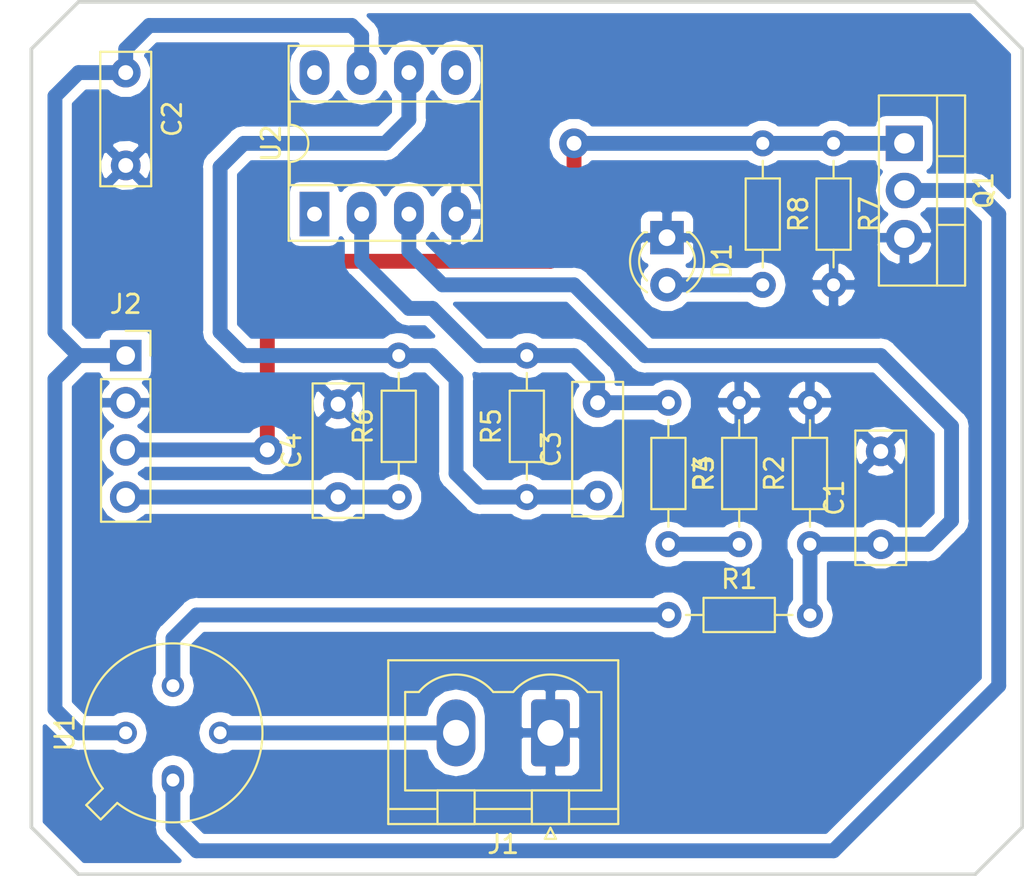
<source format=kicad_pcb>
(kicad_pcb (version 20171130) (host pcbnew "(5.0.1)-rc2")

  (general
    (thickness 1.6)
    (drawings 9)
    (tracks 75)
    (zones 0)
    (modules 18)
    (nets 16)
  )

  (page A4)
  (layers
    (0 F.Cu signal)
    (31 B.Cu signal)
    (32 B.Adhes user)
    (33 F.Adhes user)
    (34 B.Paste user)
    (35 F.Paste user)
    (36 B.SilkS user)
    (37 F.SilkS user)
    (38 B.Mask user)
    (39 F.Mask user)
    (40 Dwgs.User user)
    (41 Cmts.User user)
    (42 Eco1.User user)
    (43 Eco2.User user)
    (44 Edge.Cuts user)
    (45 Margin user)
    (46 B.CrtYd user)
    (47 F.CrtYd user)
    (48 B.Fab user)
    (49 F.Fab user)
  )

  (setup
    (last_trace_width 0.8)
    (trace_clearance 0.4)
    (zone_clearance 0.508)
    (zone_45_only no)
    (trace_min 0.2)
    (segment_width 0.2)
    (edge_width 0.15)
    (via_size 1.6)
    (via_drill 0.8)
    (via_min_size 0.4)
    (via_min_drill 0.3)
    (uvia_size 0.3)
    (uvia_drill 0.1)
    (uvias_allowed no)
    (uvia_min_size 0.2)
    (uvia_min_drill 0.1)
    (pcb_text_width 0.3)
    (pcb_text_size 1.5 1.5)
    (mod_edge_width 0.15)
    (mod_text_size 1 1)
    (mod_text_width 0.15)
    (pad_size 1.524 1.524)
    (pad_drill 0.762)
    (pad_to_mask_clearance 0.051)
    (solder_mask_min_width 0.25)
    (aux_axis_origin 0 0)
    (visible_elements 7FFFFFFF)
    (pcbplotparams
      (layerselection 0x010fc_ffffffff)
      (usegerberextensions false)
      (usegerberattributes false)
      (usegerberadvancedattributes false)
      (creategerberjobfile false)
      (excludeedgelayer true)
      (linewidth 0.100000)
      (plotframeref false)
      (viasonmask false)
      (mode 1)
      (useauxorigin false)
      (hpglpennumber 1)
      (hpglpenspeed 20)
      (hpglpendiameter 15.000000)
      (psnegative false)
      (psa4output false)
      (plotreference true)
      (plotvalue true)
      (plotinvisibletext false)
      (padsonsilk false)
      (subtractmaskfromsilk false)
      (outputformat 1)
      (mirror false)
      (drillshape 1)
      (scaleselection 1)
      (outputdirectory ""))
  )

  (net 0 "")
  (net 1 GND)
  (net 2 "Net-(C1-Pad1)")
  (net 3 +5V)
  (net 4 "Net-(C3-Pad2)")
  (net 5 "Net-(C3-Pad1)")
  (net 6 /A1)
  (net 7 "Net-(D1-Pad2)")
  (net 8 "Net-(J1-Pad2)")
  (net 9 /4)
  (net 10 "Net-(Q1-Pad2)")
  (net 11 "Net-(R1-Pad1)")
  (net 12 "Net-(R3-Pad2)")
  (net 13 "Net-(U2-Pad1)")
  (net 14 "Net-(U2-Pad5)")
  (net 15 "Net-(U2-Pad8)")

  (net_class Default "Ceci est la Netclass par défaut."
    (clearance 0.4)
    (trace_width 0.8)
    (via_dia 1.6)
    (via_drill 0.8)
    (uvia_dia 0.3)
    (uvia_drill 0.1)
    (add_net +5V)
    (add_net /4)
    (add_net /A1)
    (add_net GND)
    (add_net "Net-(C1-Pad1)")
    (add_net "Net-(C3-Pad1)")
    (add_net "Net-(C3-Pad2)")
    (add_net "Net-(D1-Pad2)")
    (add_net "Net-(J1-Pad2)")
    (add_net "Net-(Q1-Pad2)")
    (add_net "Net-(R1-Pad1)")
    (add_net "Net-(R3-Pad2)")
    (add_net "Net-(U2-Pad1)")
    (add_net "Net-(U2-Pad5)")
    (add_net "Net-(U2-Pad8)")
  )

  (module Capacitor_THT:C_Rect_L7.0mm_W2.5mm_P5.00mm (layer F.Cu) (tedit 5AE50EF0) (tstamp 5BEDD7AC)
    (at 144.78 71.12 90)
    (descr "C, Rect series, Radial, pin pitch=5.00mm, , length*width=7*2.5mm^2, Capacitor")
    (tags "C Rect series Radial pin pitch 5.00mm  length 7mm width 2.5mm Capacitor")
    (path /5BD710EF)
    (fp_text reference C1 (at 2.5 -2.5 90) (layer F.SilkS)
      (effects (font (size 1 1) (thickness 0.15)))
    )
    (fp_text value 100n (at 2.5 2.5 90) (layer F.Fab)
      (effects (font (size 1 1) (thickness 0.15)))
    )
    (fp_text user %R (at 2.5 0 90) (layer F.Fab)
      (effects (font (size 1 1) (thickness 0.15)))
    )
    (fp_line (start 6.25 -1.5) (end -1.25 -1.5) (layer F.CrtYd) (width 0.05))
    (fp_line (start 6.25 1.5) (end 6.25 -1.5) (layer F.CrtYd) (width 0.05))
    (fp_line (start -1.25 1.5) (end 6.25 1.5) (layer F.CrtYd) (width 0.05))
    (fp_line (start -1.25 -1.5) (end -1.25 1.5) (layer F.CrtYd) (width 0.05))
    (fp_line (start 6.12 -1.37) (end 6.12 1.37) (layer F.SilkS) (width 0.12))
    (fp_line (start -1.12 -1.37) (end -1.12 1.37) (layer F.SilkS) (width 0.12))
    (fp_line (start -1.12 1.37) (end 6.12 1.37) (layer F.SilkS) (width 0.12))
    (fp_line (start -1.12 -1.37) (end 6.12 -1.37) (layer F.SilkS) (width 0.12))
    (fp_line (start 6 -1.25) (end -1 -1.25) (layer F.Fab) (width 0.1))
    (fp_line (start 6 1.25) (end 6 -1.25) (layer F.Fab) (width 0.1))
    (fp_line (start -1 1.25) (end 6 1.25) (layer F.Fab) (width 0.1))
    (fp_line (start -1 -1.25) (end -1 1.25) (layer F.Fab) (width 0.1))
    (pad 2 thru_hole circle (at 5 0 90) (size 1.6 1.6) (drill 0.8) (layers *.Cu *.Mask)
      (net 1 GND))
    (pad 1 thru_hole circle (at 0 0 90) (size 1.6 1.6) (drill 0.8) (layers *.Cu *.Mask)
      (net 2 "Net-(C1-Pad1)"))
    (model ${KISYS3DMOD}/Capacitor_THT.3dshapes/C_Rect_L7.0mm_W2.5mm_P5.00mm.wrl
      (at (xyz 0 0 0))
      (scale (xyz 1 1 1))
      (rotate (xyz 0 0 0))
    )
  )

  (module Capacitor_THT:C_Rect_L7.0mm_W2.5mm_P5.00mm (layer F.Cu) (tedit 5AE50EF0) (tstamp 5BEDD7BF)
    (at 104.14 45.72 270)
    (descr "C, Rect series, Radial, pin pitch=5.00mm, , length*width=7*2.5mm^2, Capacitor")
    (tags "C Rect series Radial pin pitch 5.00mm  length 7mm width 2.5mm Capacitor")
    (path /5BD71197)
    (fp_text reference C2 (at 2.5 -2.5 270) (layer F.SilkS)
      (effects (font (size 1 1) (thickness 0.15)))
    )
    (fp_text value 100n (at 2.5 2.5 270) (layer F.Fab)
      (effects (font (size 1 1) (thickness 0.15)))
    )
    (fp_line (start -1 -1.25) (end -1 1.25) (layer F.Fab) (width 0.1))
    (fp_line (start -1 1.25) (end 6 1.25) (layer F.Fab) (width 0.1))
    (fp_line (start 6 1.25) (end 6 -1.25) (layer F.Fab) (width 0.1))
    (fp_line (start 6 -1.25) (end -1 -1.25) (layer F.Fab) (width 0.1))
    (fp_line (start -1.12 -1.37) (end 6.12 -1.37) (layer F.SilkS) (width 0.12))
    (fp_line (start -1.12 1.37) (end 6.12 1.37) (layer F.SilkS) (width 0.12))
    (fp_line (start -1.12 -1.37) (end -1.12 1.37) (layer F.SilkS) (width 0.12))
    (fp_line (start 6.12 -1.37) (end 6.12 1.37) (layer F.SilkS) (width 0.12))
    (fp_line (start -1.25 -1.5) (end -1.25 1.5) (layer F.CrtYd) (width 0.05))
    (fp_line (start -1.25 1.5) (end 6.25 1.5) (layer F.CrtYd) (width 0.05))
    (fp_line (start 6.25 1.5) (end 6.25 -1.5) (layer F.CrtYd) (width 0.05))
    (fp_line (start 6.25 -1.5) (end -1.25 -1.5) (layer F.CrtYd) (width 0.05))
    (fp_text user %R (at 2.54 0 270) (layer F.Fab)
      (effects (font (size 1 1) (thickness 0.15)))
    )
    (pad 1 thru_hole circle (at 0 0 270) (size 1.6 1.6) (drill 0.8) (layers *.Cu *.Mask)
      (net 3 +5V))
    (pad 2 thru_hole circle (at 5 0 270) (size 1.6 1.6) (drill 0.8) (layers *.Cu *.Mask)
      (net 1 GND))
    (model ${KISYS3DMOD}/Capacitor_THT.3dshapes/C_Rect_L7.0mm_W2.5mm_P5.00mm.wrl
      (at (xyz 0 0 0))
      (scale (xyz 1 1 1))
      (rotate (xyz 0 0 0))
    )
  )

  (module Capacitor_THT:C_Rect_L7.0mm_W2.5mm_P5.00mm (layer F.Cu) (tedit 5AE50EF0) (tstamp 5BEDD7D2)
    (at 129.54 68.5 90)
    (descr "C, Rect series, Radial, pin pitch=5.00mm, , length*width=7*2.5mm^2, Capacitor")
    (tags "C Rect series Radial pin pitch 5.00mm  length 7mm width 2.5mm Capacitor")
    (path /5BD711F5)
    (fp_text reference C3 (at 2.5 -2.5 90) (layer F.SilkS)
      (effects (font (size 1 1) (thickness 0.15)))
    )
    (fp_text value 1u (at 2.5 2.5 90) (layer F.Fab)
      (effects (font (size 1 1) (thickness 0.15)))
    )
    (fp_text user %R (at 2.5 0 90) (layer F.Fab)
      (effects (font (size 1 1) (thickness 0.15)))
    )
    (fp_line (start 6.25 -1.5) (end -1.25 -1.5) (layer F.CrtYd) (width 0.05))
    (fp_line (start 6.25 1.5) (end 6.25 -1.5) (layer F.CrtYd) (width 0.05))
    (fp_line (start -1.25 1.5) (end 6.25 1.5) (layer F.CrtYd) (width 0.05))
    (fp_line (start -1.25 -1.5) (end -1.25 1.5) (layer F.CrtYd) (width 0.05))
    (fp_line (start 6.12 -1.37) (end 6.12 1.37) (layer F.SilkS) (width 0.12))
    (fp_line (start -1.12 -1.37) (end -1.12 1.37) (layer F.SilkS) (width 0.12))
    (fp_line (start -1.12 1.37) (end 6.12 1.37) (layer F.SilkS) (width 0.12))
    (fp_line (start -1.12 -1.37) (end 6.12 -1.37) (layer F.SilkS) (width 0.12))
    (fp_line (start 6 -1.25) (end -1 -1.25) (layer F.Fab) (width 0.1))
    (fp_line (start 6 1.25) (end 6 -1.25) (layer F.Fab) (width 0.1))
    (fp_line (start -1 1.25) (end 6 1.25) (layer F.Fab) (width 0.1))
    (fp_line (start -1 -1.25) (end -1 1.25) (layer F.Fab) (width 0.1))
    (pad 2 thru_hole circle (at 5 0 90) (size 1.6 1.6) (drill 0.8) (layers *.Cu *.Mask)
      (net 4 "Net-(C3-Pad2)"))
    (pad 1 thru_hole circle (at 0 0 90) (size 1.6 1.6) (drill 0.8) (layers *.Cu *.Mask)
      (net 5 "Net-(C3-Pad1)"))
    (model ${KISYS3DMOD}/Capacitor_THT.3dshapes/C_Rect_L7.0mm_W2.5mm_P5.00mm.wrl
      (at (xyz 0 0 0))
      (scale (xyz 1 1 1))
      (rotate (xyz 0 0 0))
    )
  )

  (module Capacitor_THT:C_Rect_L7.0mm_W2.5mm_P5.00mm (layer F.Cu) (tedit 5AE50EF0) (tstamp 5BEDD7E5)
    (at 115.57 68.58 90)
    (descr "C, Rect series, Radial, pin pitch=5.00mm, , length*width=7*2.5mm^2, Capacitor")
    (tags "C Rect series Radial pin pitch 5.00mm  length 7mm width 2.5mm Capacitor")
    (path /5BD71275)
    (fp_text reference C4 (at 2.5 -2.5 90) (layer F.SilkS)
      (effects (font (size 1 1) (thickness 0.15)))
    )
    (fp_text value 100n (at 2.5 2.5 90) (layer F.Fab)
      (effects (font (size 1 1) (thickness 0.15)))
    )
    (fp_line (start -1 -1.25) (end -1 1.25) (layer F.Fab) (width 0.1))
    (fp_line (start -1 1.25) (end 6 1.25) (layer F.Fab) (width 0.1))
    (fp_line (start 6 1.25) (end 6 -1.25) (layer F.Fab) (width 0.1))
    (fp_line (start 6 -1.25) (end -1 -1.25) (layer F.Fab) (width 0.1))
    (fp_line (start -1.12 -1.37) (end 6.12 -1.37) (layer F.SilkS) (width 0.12))
    (fp_line (start -1.12 1.37) (end 6.12 1.37) (layer F.SilkS) (width 0.12))
    (fp_line (start -1.12 -1.37) (end -1.12 1.37) (layer F.SilkS) (width 0.12))
    (fp_line (start 6.12 -1.37) (end 6.12 1.37) (layer F.SilkS) (width 0.12))
    (fp_line (start -1.25 -1.5) (end -1.25 1.5) (layer F.CrtYd) (width 0.05))
    (fp_line (start -1.25 1.5) (end 6.25 1.5) (layer F.CrtYd) (width 0.05))
    (fp_line (start 6.25 1.5) (end 6.25 -1.5) (layer F.CrtYd) (width 0.05))
    (fp_line (start 6.25 -1.5) (end -1.25 -1.5) (layer F.CrtYd) (width 0.05))
    (fp_text user %R (at 2.5 0 90) (layer F.Fab)
      (effects (font (size 1 1) (thickness 0.15)))
    )
    (pad 1 thru_hole circle (at 0 0 90) (size 1.6 1.6) (drill 0.8) (layers *.Cu *.Mask)
      (net 6 /A1))
    (pad 2 thru_hole circle (at 5 0 90) (size 1.6 1.6) (drill 0.8) (layers *.Cu *.Mask)
      (net 1 GND))
    (model ${KISYS3DMOD}/Capacitor_THT.3dshapes/C_Rect_L7.0mm_W2.5mm_P5.00mm.wrl
      (at (xyz 0 0 0))
      (scale (xyz 1 1 1))
      (rotate (xyz 0 0 0))
    )
  )

  (module LED_THT:LED_D3.0mm_FlatTop (layer F.Cu) (tedit 5880A862) (tstamp 5BEDD7F8)
    (at 133.273485 54.61 270)
    (descr "LED, Round, FlatTop, diameter 3.0mm, 2 pins, http://www.kingbright.com/attachments/file/psearch/000/00/00/L-47XEC(Ver.9A).pdf")
    (tags "LED Round FlatTop diameter 3.0mm 2 pins")
    (path /5BDB7D03)
    (fp_text reference D1 (at 1.27 -2.96 270) (layer F.SilkS)
      (effects (font (size 1 1) (thickness 0.15)))
    )
    (fp_text value LED (at 1.27 2.96 270) (layer F.Fab)
      (effects (font (size 1 1) (thickness 0.15)))
    )
    (fp_arc (start 1.27 0) (end -0.23 -1.16619) (angle 284.3) (layer F.Fab) (width 0.1))
    (fp_arc (start 1.27 0) (end -0.29 -1.235516) (angle 108.8) (layer F.SilkS) (width 0.12))
    (fp_arc (start 1.27 0) (end -0.29 1.235516) (angle -108.8) (layer F.SilkS) (width 0.12))
    (fp_arc (start 1.27 0) (end 0.229039 -1.08) (angle 87.9) (layer F.SilkS) (width 0.12))
    (fp_arc (start 1.27 0) (end 0.229039 1.08) (angle -87.9) (layer F.SilkS) (width 0.12))
    (fp_circle (center 1.27 0) (end 2.77 0) (layer F.Fab) (width 0.1))
    (fp_line (start -0.23 -1.16619) (end -0.23 1.16619) (layer F.Fab) (width 0.1))
    (fp_line (start -0.29 -1.236) (end -0.29 -1.08) (layer F.SilkS) (width 0.12))
    (fp_line (start -0.29 1.08) (end -0.29 1.236) (layer F.SilkS) (width 0.12))
    (fp_line (start -1.15 -2.25) (end -1.15 2.25) (layer F.CrtYd) (width 0.05))
    (fp_line (start -1.15 2.25) (end 3.7 2.25) (layer F.CrtYd) (width 0.05))
    (fp_line (start 3.7 2.25) (end 3.7 -2.25) (layer F.CrtYd) (width 0.05))
    (fp_line (start 3.7 -2.25) (end -1.15 -2.25) (layer F.CrtYd) (width 0.05))
    (pad 1 thru_hole rect (at 0 0 270) (size 1.8 1.8) (drill 0.9) (layers *.Cu *.Mask)
      (net 1 GND))
    (pad 2 thru_hole circle (at 2.54 0 270) (size 1.8 1.8) (drill 0.9) (layers *.Cu *.Mask)
      (net 7 "Net-(D1-Pad2)"))
    (model ${KISYS3DMOD}/LED_THT.3dshapes/LED_D3.0mm_FlatTop.wrl
      (at (xyz 0 0 0))
      (scale (xyz 1 1 1))
      (rotate (xyz 0 0 0))
    )
  )

  (module Connector_Phoenix_MSTB:PhoenixContact_MSTBVA_2,5_2-G-5,08_1x02_P5.08mm_Vertical (layer F.Cu) (tedit 5B785047) (tstamp 5BEDD824)
    (at 127 81.28 180)
    (descr "Generic Phoenix Contact connector footprint for: MSTBVA_2,5/2-G-5,08; number of pins: 02; pin pitch: 5.08mm; Vertical || order number: 1755736 12A || order number: 1924305 16A (HC)")
    (tags "phoenix_contact connector MSTBVA_01x02_G_5.08mm")
    (path /5BDA28ED)
    (fp_text reference J1 (at 2.54 -6 180) (layer F.SilkS)
      (effects (font (size 1 1) (thickness 0.15)))
    )
    (fp_text value Conn_01x02_Female (at 2.54 5 180) (layer F.Fab)
      (effects (font (size 1 1) (thickness 0.15)))
    )
    (fp_arc (start 0 0.55) (end -2 2.2) (angle -100.5) (layer F.SilkS) (width 0.12))
    (fp_arc (start 5.08 0.55) (end 3.08 2.2) (angle -100.5) (layer F.SilkS) (width 0.12))
    (fp_line (start -3.65 -4.91) (end -3.65 3.91) (layer F.SilkS) (width 0.12))
    (fp_line (start -3.65 3.91) (end 8.73 3.91) (layer F.SilkS) (width 0.12))
    (fp_line (start 8.73 3.91) (end 8.73 -4.91) (layer F.SilkS) (width 0.12))
    (fp_line (start 8.73 -4.91) (end -3.65 -4.91) (layer F.SilkS) (width 0.12))
    (fp_line (start -3.54 -4.8) (end -3.54 3.8) (layer F.Fab) (width 0.1))
    (fp_line (start -3.54 3.8) (end 8.62 3.8) (layer F.Fab) (width 0.1))
    (fp_line (start 8.62 3.8) (end 8.62 -4.8) (layer F.Fab) (width 0.1))
    (fp_line (start 8.62 -4.8) (end -3.54 -4.8) (layer F.Fab) (width 0.1))
    (fp_line (start -3.65 -4.1) (end -1.11 -4.1) (layer F.SilkS) (width 0.12))
    (fp_line (start 8.73 -4.1) (end 6.19 -4.1) (layer F.SilkS) (width 0.12))
    (fp_line (start 1 -4.1) (end 4.08 -4.1) (layer F.SilkS) (width 0.12))
    (fp_line (start -1 -3.1) (end -1 -4.91) (layer F.SilkS) (width 0.12))
    (fp_line (start -1 -4.91) (end 1 -4.91) (layer F.SilkS) (width 0.12))
    (fp_line (start 1 -4.91) (end 1 -3.1) (layer F.SilkS) (width 0.12))
    (fp_line (start 1 -3.1) (end -1 -3.1) (layer F.SilkS) (width 0.12))
    (fp_line (start 4.08 -3.1) (end 4.08 -4.91) (layer F.SilkS) (width 0.12))
    (fp_line (start 4.08 -4.91) (end 6.08 -4.91) (layer F.SilkS) (width 0.12))
    (fp_line (start 6.08 -4.91) (end 6.08 -3.1) (layer F.SilkS) (width 0.12))
    (fp_line (start 6.08 -3.1) (end 4.08 -3.1) (layer F.SilkS) (width 0.12))
    (fp_line (start 2 2.2) (end 3.08 2.2) (layer F.SilkS) (width 0.12))
    (fp_line (start -2 2.2) (end -2.74 2.2) (layer F.SilkS) (width 0.12))
    (fp_line (start -2.74 2.2) (end -2.74 -3.1) (layer F.SilkS) (width 0.12))
    (fp_line (start -2.74 -3.1) (end 7.82 -3.1) (layer F.SilkS) (width 0.12))
    (fp_line (start 7.82 -3.1) (end 7.82 2.2) (layer F.SilkS) (width 0.12))
    (fp_line (start 7.82 2.2) (end 7.08 2.2) (layer F.SilkS) (width 0.12))
    (fp_line (start -4.04 -5.3) (end -4.04 4.3) (layer F.CrtYd) (width 0.05))
    (fp_line (start -4.04 4.3) (end 9.12 4.3) (layer F.CrtYd) (width 0.05))
    (fp_line (start 9.12 4.3) (end 9.12 -5.3) (layer F.CrtYd) (width 0.05))
    (fp_line (start 9.12 -5.3) (end -4.04 -5.3) (layer F.CrtYd) (width 0.05))
    (fp_line (start 0.3 -5.71) (end 0 -5.11) (layer F.SilkS) (width 0.12))
    (fp_line (start 0 -5.11) (end -0.3 -5.71) (layer F.SilkS) (width 0.12))
    (fp_line (start -0.3 -5.71) (end 0.3 -5.71) (layer F.SilkS) (width 0.12))
    (fp_line (start 0.5 -3.55) (end 0 -2.55) (layer F.Fab) (width 0.1))
    (fp_line (start 0 -2.55) (end -0.5 -3.55) (layer F.Fab) (width 0.1))
    (fp_line (start -0.5 -3.55) (end 0.5 -3.55) (layer F.Fab) (width 0.1))
    (fp_text user %R (at 2.54 -4.1 180) (layer F.Fab)
      (effects (font (size 1 1) (thickness 0.15)))
    )
    (pad 1 thru_hole roundrect (at 0 0 180) (size 2.08 3.6) (drill 1.4) (layers *.Cu *.Mask) (roundrect_rratio 0.120192)
      (net 1 GND))
    (pad 2 thru_hole oval (at 5.08 0 180) (size 2.08 3.6) (drill 1.4) (layers *.Cu *.Mask)
      (net 8 "Net-(J1-Pad2)"))
    (model ${KISYS3DMOD}/Connector_Phoenix_MSTB.3dshapes/PhoenixContact_MSTBVA_2,5_2-G-5,08_1x02_P5.08mm_Vertical.wrl
      (at (xyz 0 0 0))
      (scale (xyz 1 1 1))
      (rotate (xyz 0 0 0))
    )
  )

  (module Connector_PinSocket_2.54mm:PinSocket_1x04_P2.54mm_Vertical (layer F.Cu) (tedit 5A19A429) (tstamp 5BEDD83C)
    (at 104.14 60.96)
    (descr "Through hole straight socket strip, 1x04, 2.54mm pitch, single row (from Kicad 4.0.7), script generated")
    (tags "Through hole socket strip THT 1x04 2.54mm single row")
    (path /5BE1A690)
    (fp_text reference J2 (at 0 -2.77) (layer F.SilkS)
      (effects (font (size 1 1) (thickness 0.15)))
    )
    (fp_text value Conn_01x04_Male (at 0 10.39) (layer F.Fab)
      (effects (font (size 1 1) (thickness 0.15)))
    )
    (fp_line (start -1.27 -1.27) (end 0.635 -1.27) (layer F.Fab) (width 0.1))
    (fp_line (start 0.635 -1.27) (end 1.27 -0.635) (layer F.Fab) (width 0.1))
    (fp_line (start 1.27 -0.635) (end 1.27 8.89) (layer F.Fab) (width 0.1))
    (fp_line (start 1.27 8.89) (end -1.27 8.89) (layer F.Fab) (width 0.1))
    (fp_line (start -1.27 8.89) (end -1.27 -1.27) (layer F.Fab) (width 0.1))
    (fp_line (start -1.33 1.27) (end 1.33 1.27) (layer F.SilkS) (width 0.12))
    (fp_line (start -1.33 1.27) (end -1.33 8.95) (layer F.SilkS) (width 0.12))
    (fp_line (start -1.33 8.95) (end 1.33 8.95) (layer F.SilkS) (width 0.12))
    (fp_line (start 1.33 1.27) (end 1.33 8.95) (layer F.SilkS) (width 0.12))
    (fp_line (start 1.33 -1.33) (end 1.33 0) (layer F.SilkS) (width 0.12))
    (fp_line (start 0 -1.33) (end 1.33 -1.33) (layer F.SilkS) (width 0.12))
    (fp_line (start -1.8 -1.8) (end 1.75 -1.8) (layer F.CrtYd) (width 0.05))
    (fp_line (start 1.75 -1.8) (end 1.75 9.4) (layer F.CrtYd) (width 0.05))
    (fp_line (start 1.75 9.4) (end -1.8 9.4) (layer F.CrtYd) (width 0.05))
    (fp_line (start -1.8 9.4) (end -1.8 -1.8) (layer F.CrtYd) (width 0.05))
    (fp_text user %R (at 0 3.81 90) (layer F.Fab)
      (effects (font (size 1 1) (thickness 0.15)))
    )
    (pad 1 thru_hole rect (at 0 0) (size 1.7 1.7) (drill 1) (layers *.Cu *.Mask)
      (net 3 +5V))
    (pad 2 thru_hole oval (at 0 2.54) (size 1.7 1.7) (drill 1) (layers *.Cu *.Mask)
      (net 1 GND))
    (pad 3 thru_hole oval (at 0 5.08) (size 1.7 1.7) (drill 1) (layers *.Cu *.Mask)
      (net 9 /4))
    (pad 4 thru_hole oval (at 0 7.62) (size 1.7 1.7) (drill 1) (layers *.Cu *.Mask)
      (net 6 /A1))
    (model ${KISYS3DMOD}/Connector_PinSocket_2.54mm.3dshapes/PinSocket_1x04_P2.54mm_Vertical.wrl
      (at (xyz 0 0 0))
      (scale (xyz 1 1 1))
      (rotate (xyz 0 0 0))
    )
  )

  (module Package_TO_SOT_THT:TO-220-3_Vertical (layer F.Cu) (tedit 5AC8BA0D) (tstamp 5BEDD856)
    (at 146.05 49.53 270)
    (descr "TO-220-3, Vertical, RM 2.54mm, see https://www.vishay.com/docs/66542/to-220-1.pdf")
    (tags "TO-220-3 Vertical RM 2.54mm")
    (path /5BDAF28E)
    (fp_text reference Q1 (at 2.54 -4.27 270) (layer F.SilkS)
      (effects (font (size 1 1) (thickness 0.15)))
    )
    (fp_text value IRF540N (at 2.54 2.5 270) (layer F.Fab)
      (effects (font (size 1 1) (thickness 0.15)))
    )
    (fp_line (start -2.46 -3.15) (end -2.46 1.25) (layer F.Fab) (width 0.1))
    (fp_line (start -2.46 1.25) (end 7.54 1.25) (layer F.Fab) (width 0.1))
    (fp_line (start 7.54 1.25) (end 7.54 -3.15) (layer F.Fab) (width 0.1))
    (fp_line (start 7.54 -3.15) (end -2.46 -3.15) (layer F.Fab) (width 0.1))
    (fp_line (start -2.46 -1.88) (end 7.54 -1.88) (layer F.Fab) (width 0.1))
    (fp_line (start 0.69 -3.15) (end 0.69 -1.88) (layer F.Fab) (width 0.1))
    (fp_line (start 4.39 -3.15) (end 4.39 -1.88) (layer F.Fab) (width 0.1))
    (fp_line (start -2.58 -3.27) (end 7.66 -3.27) (layer F.SilkS) (width 0.12))
    (fp_line (start -2.58 1.371) (end 7.66 1.371) (layer F.SilkS) (width 0.12))
    (fp_line (start -2.58 -3.27) (end -2.58 1.371) (layer F.SilkS) (width 0.12))
    (fp_line (start 7.66 -3.27) (end 7.66 1.371) (layer F.SilkS) (width 0.12))
    (fp_line (start -2.58 -1.76) (end 7.66 -1.76) (layer F.SilkS) (width 0.12))
    (fp_line (start 0.69 -3.27) (end 0.69 -1.76) (layer F.SilkS) (width 0.12))
    (fp_line (start 4.391 -3.27) (end 4.391 -1.76) (layer F.SilkS) (width 0.12))
    (fp_line (start -2.71 -3.4) (end -2.71 1.51) (layer F.CrtYd) (width 0.05))
    (fp_line (start -2.71 1.51) (end 7.79 1.51) (layer F.CrtYd) (width 0.05))
    (fp_line (start 7.79 1.51) (end 7.79 -3.4) (layer F.CrtYd) (width 0.05))
    (fp_line (start 7.79 -3.4) (end -2.71 -3.4) (layer F.CrtYd) (width 0.05))
    (fp_text user %R (at 2.54 -4.27 270) (layer F.Fab)
      (effects (font (size 1 1) (thickness 0.15)))
    )
    (pad 1 thru_hole rect (at 0 0 270) (size 1.905 2) (drill 1.1) (layers *.Cu *.Mask)
      (net 9 /4))
    (pad 2 thru_hole oval (at 2.54 0 270) (size 1.905 2) (drill 1.1) (layers *.Cu *.Mask)
      (net 10 "Net-(Q1-Pad2)"))
    (pad 3 thru_hole oval (at 5.08 0 270) (size 1.905 2) (drill 1.1) (layers *.Cu *.Mask)
      (net 1 GND))
    (model ${KISYS3DMOD}/Package_TO_SOT_THT.3dshapes/TO-220-3_Vertical.wrl
      (at (xyz 0 0 0))
      (scale (xyz 1 1 1))
      (rotate (xyz 0 0 0))
    )
  )

  (module Resistor_THT:R_Axial_DIN0204_L3.6mm_D1.6mm_P7.62mm_Horizontal (layer F.Cu) (tedit 5AE5139B) (tstamp 5BEDD86D)
    (at 133.35 74.93)
    (descr "Resistor, Axial_DIN0204 series, Axial, Horizontal, pin pitch=7.62mm, 0.167W, length*diameter=3.6*1.6mm^2, http://cdn-reichelt.de/documents/datenblatt/B400/1_4W%23YAG.pdf")
    (tags "Resistor Axial_DIN0204 series Axial Horizontal pin pitch 7.62mm 0.167W length 3.6mm diameter 1.6mm")
    (path /5BD70E8A)
    (fp_text reference R1 (at 3.81 -1.92) (layer F.SilkS)
      (effects (font (size 1 1) (thickness 0.15)))
    )
    (fp_text value 10K (at 3.81 1.92) (layer F.Fab)
      (effects (font (size 1 1) (thickness 0.15)))
    )
    (fp_line (start 2.01 -0.8) (end 2.01 0.8) (layer F.Fab) (width 0.1))
    (fp_line (start 2.01 0.8) (end 5.61 0.8) (layer F.Fab) (width 0.1))
    (fp_line (start 5.61 0.8) (end 5.61 -0.8) (layer F.Fab) (width 0.1))
    (fp_line (start 5.61 -0.8) (end 2.01 -0.8) (layer F.Fab) (width 0.1))
    (fp_line (start 0 0) (end 2.01 0) (layer F.Fab) (width 0.1))
    (fp_line (start 7.62 0) (end 5.61 0) (layer F.Fab) (width 0.1))
    (fp_line (start 1.89 -0.92) (end 1.89 0.92) (layer F.SilkS) (width 0.12))
    (fp_line (start 1.89 0.92) (end 5.73 0.92) (layer F.SilkS) (width 0.12))
    (fp_line (start 5.73 0.92) (end 5.73 -0.92) (layer F.SilkS) (width 0.12))
    (fp_line (start 5.73 -0.92) (end 1.89 -0.92) (layer F.SilkS) (width 0.12))
    (fp_line (start 0.94 0) (end 1.89 0) (layer F.SilkS) (width 0.12))
    (fp_line (start 6.68 0) (end 5.73 0) (layer F.SilkS) (width 0.12))
    (fp_line (start -0.95 -1.05) (end -0.95 1.05) (layer F.CrtYd) (width 0.05))
    (fp_line (start -0.95 1.05) (end 8.57 1.05) (layer F.CrtYd) (width 0.05))
    (fp_line (start 8.57 1.05) (end 8.57 -1.05) (layer F.CrtYd) (width 0.05))
    (fp_line (start 8.57 -1.05) (end -0.95 -1.05) (layer F.CrtYd) (width 0.05))
    (fp_text user %R (at 3.81 0) (layer F.Fab)
      (effects (font (size 0.72 0.72) (thickness 0.108)))
    )
    (pad 1 thru_hole circle (at 0 0) (size 1.4 1.4) (drill 0.7) (layers *.Cu *.Mask)
      (net 11 "Net-(R1-Pad1)"))
    (pad 2 thru_hole oval (at 7.62 0) (size 1.4 1.4) (drill 0.7) (layers *.Cu *.Mask)
      (net 2 "Net-(C1-Pad1)"))
    (model ${KISYS3DMOD}/Resistor_THT.3dshapes/R_Axial_DIN0204_L3.6mm_D1.6mm_P7.62mm_Horizontal.wrl
      (at (xyz 0 0 0))
      (scale (xyz 1 1 1))
      (rotate (xyz 0 0 0))
    )
  )

  (module Resistor_THT:R_Axial_DIN0204_L3.6mm_D1.6mm_P7.62mm_Horizontal (layer F.Cu) (tedit 5AE5139B) (tstamp 5BEDD884)
    (at 140.97 71.12 90)
    (descr "Resistor, Axial_DIN0204 series, Axial, Horizontal, pin pitch=7.62mm, 0.167W, length*diameter=3.6*1.6mm^2, http://cdn-reichelt.de/documents/datenblatt/B400/1_4W%23YAG.pdf")
    (tags "Resistor Axial_DIN0204 series Axial Horizontal pin pitch 7.62mm 0.167W length 3.6mm diameter 1.6mm")
    (path /5BD70DFE)
    (fp_text reference R2 (at 3.81 -1.92 90) (layer F.SilkS)
      (effects (font (size 1 1) (thickness 0.15)))
    )
    (fp_text value 100K (at 3.81 1.92 90) (layer F.Fab)
      (effects (font (size 1 1) (thickness 0.15)))
    )
    (fp_text user %R (at 3.81 0 90) (layer F.Fab)
      (effects (font (size 0.72 0.72) (thickness 0.108)))
    )
    (fp_line (start 8.57 -1.05) (end -0.95 -1.05) (layer F.CrtYd) (width 0.05))
    (fp_line (start 8.57 1.05) (end 8.57 -1.05) (layer F.CrtYd) (width 0.05))
    (fp_line (start -0.95 1.05) (end 8.57 1.05) (layer F.CrtYd) (width 0.05))
    (fp_line (start -0.95 -1.05) (end -0.95 1.05) (layer F.CrtYd) (width 0.05))
    (fp_line (start 6.68 0) (end 5.73 0) (layer F.SilkS) (width 0.12))
    (fp_line (start 0.94 0) (end 1.89 0) (layer F.SilkS) (width 0.12))
    (fp_line (start 5.73 -0.92) (end 1.89 -0.92) (layer F.SilkS) (width 0.12))
    (fp_line (start 5.73 0.92) (end 5.73 -0.92) (layer F.SilkS) (width 0.12))
    (fp_line (start 1.89 0.92) (end 5.73 0.92) (layer F.SilkS) (width 0.12))
    (fp_line (start 1.89 -0.92) (end 1.89 0.92) (layer F.SilkS) (width 0.12))
    (fp_line (start 7.62 0) (end 5.61 0) (layer F.Fab) (width 0.1))
    (fp_line (start 0 0) (end 2.01 0) (layer F.Fab) (width 0.1))
    (fp_line (start 5.61 -0.8) (end 2.01 -0.8) (layer F.Fab) (width 0.1))
    (fp_line (start 5.61 0.8) (end 5.61 -0.8) (layer F.Fab) (width 0.1))
    (fp_line (start 2.01 0.8) (end 5.61 0.8) (layer F.Fab) (width 0.1))
    (fp_line (start 2.01 -0.8) (end 2.01 0.8) (layer F.Fab) (width 0.1))
    (pad 2 thru_hole oval (at 7.62 0 90) (size 1.4 1.4) (drill 0.7) (layers *.Cu *.Mask)
      (net 1 GND))
    (pad 1 thru_hole circle (at 0 0 90) (size 1.4 1.4) (drill 0.7) (layers *.Cu *.Mask)
      (net 2 "Net-(C1-Pad1)"))
    (model ${KISYS3DMOD}/Resistor_THT.3dshapes/R_Axial_DIN0204_L3.6mm_D1.6mm_P7.62mm_Horizontal.wrl
      (at (xyz 0 0 0))
      (scale (xyz 1 1 1))
      (rotate (xyz 0 0 0))
    )
  )

  (module Resistor_THT:R_Axial_DIN0204_L3.6mm_D1.6mm_P7.62mm_Horizontal (layer F.Cu) (tedit 5AE5139B) (tstamp 5BEDD89B)
    (at 133.35 63.5 270)
    (descr "Resistor, Axial_DIN0204 series, Axial, Horizontal, pin pitch=7.62mm, 0.167W, length*diameter=3.6*1.6mm^2, http://cdn-reichelt.de/documents/datenblatt/B400/1_4W%23YAG.pdf")
    (tags "Resistor Axial_DIN0204 series Axial Horizontal pin pitch 7.62mm 0.167W length 3.6mm diameter 1.6mm")
    (path /5BD70EFE)
    (fp_text reference R3 (at 3.81 -1.92 270) (layer F.SilkS)
      (effects (font (size 1 1) (thickness 0.15)))
    )
    (fp_text value Rcal1 (at 3.81 1.92 270) (layer F.Fab)
      (effects (font (size 1 1) (thickness 0.15)))
    )
    (fp_text user %R (at 3.81 0 270) (layer F.Fab)
      (effects (font (size 0.72 0.72) (thickness 0.108)))
    )
    (fp_line (start 8.57 -1.05) (end -0.95 -1.05) (layer F.CrtYd) (width 0.05))
    (fp_line (start 8.57 1.05) (end 8.57 -1.05) (layer F.CrtYd) (width 0.05))
    (fp_line (start -0.95 1.05) (end 8.57 1.05) (layer F.CrtYd) (width 0.05))
    (fp_line (start -0.95 -1.05) (end -0.95 1.05) (layer F.CrtYd) (width 0.05))
    (fp_line (start 6.68 0) (end 5.73 0) (layer F.SilkS) (width 0.12))
    (fp_line (start 0.94 0) (end 1.89 0) (layer F.SilkS) (width 0.12))
    (fp_line (start 5.73 -0.92) (end 1.89 -0.92) (layer F.SilkS) (width 0.12))
    (fp_line (start 5.73 0.92) (end 5.73 -0.92) (layer F.SilkS) (width 0.12))
    (fp_line (start 1.89 0.92) (end 5.73 0.92) (layer F.SilkS) (width 0.12))
    (fp_line (start 1.89 -0.92) (end 1.89 0.92) (layer F.SilkS) (width 0.12))
    (fp_line (start 7.62 0) (end 5.61 0) (layer F.Fab) (width 0.1))
    (fp_line (start 0 0) (end 2.01 0) (layer F.Fab) (width 0.1))
    (fp_line (start 5.61 -0.8) (end 2.01 -0.8) (layer F.Fab) (width 0.1))
    (fp_line (start 5.61 0.8) (end 5.61 -0.8) (layer F.Fab) (width 0.1))
    (fp_line (start 2.01 0.8) (end 5.61 0.8) (layer F.Fab) (width 0.1))
    (fp_line (start 2.01 -0.8) (end 2.01 0.8) (layer F.Fab) (width 0.1))
    (pad 2 thru_hole oval (at 7.62 0 270) (size 1.4 1.4) (drill 0.7) (layers *.Cu *.Mask)
      (net 12 "Net-(R3-Pad2)"))
    (pad 1 thru_hole circle (at 0 0 270) (size 1.4 1.4) (drill 0.7) (layers *.Cu *.Mask)
      (net 4 "Net-(C3-Pad2)"))
    (model ${KISYS3DMOD}/Resistor_THT.3dshapes/R_Axial_DIN0204_L3.6mm_D1.6mm_P7.62mm_Horizontal.wrl
      (at (xyz 0 0 0))
      (scale (xyz 1 1 1))
      (rotate (xyz 0 0 0))
    )
  )

  (module Resistor_THT:R_Axial_DIN0204_L3.6mm_D1.6mm_P7.62mm_Horizontal (layer F.Cu) (tedit 5AE5139B) (tstamp 5BEDD8B2)
    (at 137.16 71.12 90)
    (descr "Resistor, Axial_DIN0204 series, Axial, Horizontal, pin pitch=7.62mm, 0.167W, length*diameter=3.6*1.6mm^2, http://cdn-reichelt.de/documents/datenblatt/B400/1_4W%23YAG.pdf")
    (tags "Resistor Axial_DIN0204 series Axial Horizontal pin pitch 7.62mm 0.167W length 3.6mm diameter 1.6mm")
    (path /5BD70F74)
    (fp_text reference R4 (at 3.81 -1.92 90) (layer F.SilkS)
      (effects (font (size 1 1) (thickness 0.15)))
    )
    (fp_text value Rcal2 (at 3.81 1.92 90) (layer F.Fab)
      (effects (font (size 1 1) (thickness 0.15)))
    )
    (fp_line (start 2.01 -0.8) (end 2.01 0.8) (layer F.Fab) (width 0.1))
    (fp_line (start 2.01 0.8) (end 5.61 0.8) (layer F.Fab) (width 0.1))
    (fp_line (start 5.61 0.8) (end 5.61 -0.8) (layer F.Fab) (width 0.1))
    (fp_line (start 5.61 -0.8) (end 2.01 -0.8) (layer F.Fab) (width 0.1))
    (fp_line (start 0 0) (end 2.01 0) (layer F.Fab) (width 0.1))
    (fp_line (start 7.62 0) (end 5.61 0) (layer F.Fab) (width 0.1))
    (fp_line (start 1.89 -0.92) (end 1.89 0.92) (layer F.SilkS) (width 0.12))
    (fp_line (start 1.89 0.92) (end 5.73 0.92) (layer F.SilkS) (width 0.12))
    (fp_line (start 5.73 0.92) (end 5.73 -0.92) (layer F.SilkS) (width 0.12))
    (fp_line (start 5.73 -0.92) (end 1.89 -0.92) (layer F.SilkS) (width 0.12))
    (fp_line (start 0.94 0) (end 1.89 0) (layer F.SilkS) (width 0.12))
    (fp_line (start 6.68 0) (end 5.73 0) (layer F.SilkS) (width 0.12))
    (fp_line (start -0.95 -1.05) (end -0.95 1.05) (layer F.CrtYd) (width 0.05))
    (fp_line (start -0.95 1.05) (end 8.57 1.05) (layer F.CrtYd) (width 0.05))
    (fp_line (start 8.57 1.05) (end 8.57 -1.05) (layer F.CrtYd) (width 0.05))
    (fp_line (start 8.57 -1.05) (end -0.95 -1.05) (layer F.CrtYd) (width 0.05))
    (fp_text user %R (at 3.81 0 90) (layer F.Fab)
      (effects (font (size 0.72 0.72) (thickness 0.108)))
    )
    (pad 1 thru_hole circle (at 0 0 90) (size 1.4 1.4) (drill 0.7) (layers *.Cu *.Mask)
      (net 12 "Net-(R3-Pad2)"))
    (pad 2 thru_hole oval (at 7.62 0 90) (size 1.4 1.4) (drill 0.7) (layers *.Cu *.Mask)
      (net 1 GND))
    (model ${KISYS3DMOD}/Resistor_THT.3dshapes/R_Axial_DIN0204_L3.6mm_D1.6mm_P7.62mm_Horizontal.wrl
      (at (xyz 0 0 0))
      (scale (xyz 1 1 1))
      (rotate (xyz 0 0 0))
    )
  )

  (module Resistor_THT:R_Axial_DIN0204_L3.6mm_D1.6mm_P7.62mm_Horizontal (layer F.Cu) (tedit 5AE5139B) (tstamp 5BEDD8C9)
    (at 125.73 68.58 90)
    (descr "Resistor, Axial_DIN0204 series, Axial, Horizontal, pin pitch=7.62mm, 0.167W, length*diameter=3.6*1.6mm^2, http://cdn-reichelt.de/documents/datenblatt/B400/1_4W%23YAG.pdf")
    (tags "Resistor Axial_DIN0204 series Axial Horizontal pin pitch 7.62mm 0.167W length 3.6mm diameter 1.6mm")
    (path /5BD70FD6)
    (fp_text reference R5 (at 3.81 -1.92 90) (layer F.SilkS)
      (effects (font (size 1 1) (thickness 0.15)))
    )
    (fp_text value 100k (at 3.81 1.92 90) (layer F.Fab)
      (effects (font (size 1 1) (thickness 0.15)))
    )
    (fp_text user %R (at 3.81 0 90) (layer F.Fab)
      (effects (font (size 0.72 0.72) (thickness 0.108)))
    )
    (fp_line (start 8.57 -1.05) (end -0.95 -1.05) (layer F.CrtYd) (width 0.05))
    (fp_line (start 8.57 1.05) (end 8.57 -1.05) (layer F.CrtYd) (width 0.05))
    (fp_line (start -0.95 1.05) (end 8.57 1.05) (layer F.CrtYd) (width 0.05))
    (fp_line (start -0.95 -1.05) (end -0.95 1.05) (layer F.CrtYd) (width 0.05))
    (fp_line (start 6.68 0) (end 5.73 0) (layer F.SilkS) (width 0.12))
    (fp_line (start 0.94 0) (end 1.89 0) (layer F.SilkS) (width 0.12))
    (fp_line (start 5.73 -0.92) (end 1.89 -0.92) (layer F.SilkS) (width 0.12))
    (fp_line (start 5.73 0.92) (end 5.73 -0.92) (layer F.SilkS) (width 0.12))
    (fp_line (start 1.89 0.92) (end 5.73 0.92) (layer F.SilkS) (width 0.12))
    (fp_line (start 1.89 -0.92) (end 1.89 0.92) (layer F.SilkS) (width 0.12))
    (fp_line (start 7.62 0) (end 5.61 0) (layer F.Fab) (width 0.1))
    (fp_line (start 0 0) (end 2.01 0) (layer F.Fab) (width 0.1))
    (fp_line (start 5.61 -0.8) (end 2.01 -0.8) (layer F.Fab) (width 0.1))
    (fp_line (start 5.61 0.8) (end 5.61 -0.8) (layer F.Fab) (width 0.1))
    (fp_line (start 2.01 0.8) (end 5.61 0.8) (layer F.Fab) (width 0.1))
    (fp_line (start 2.01 -0.8) (end 2.01 0.8) (layer F.Fab) (width 0.1))
    (pad 2 thru_hole oval (at 7.62 0 90) (size 1.4 1.4) (drill 0.7) (layers *.Cu *.Mask)
      (net 4 "Net-(C3-Pad2)"))
    (pad 1 thru_hole circle (at 0 0 90) (size 1.4 1.4) (drill 0.7) (layers *.Cu *.Mask)
      (net 5 "Net-(C3-Pad1)"))
    (model ${KISYS3DMOD}/Resistor_THT.3dshapes/R_Axial_DIN0204_L3.6mm_D1.6mm_P7.62mm_Horizontal.wrl
      (at (xyz 0 0 0))
      (scale (xyz 1 1 1))
      (rotate (xyz 0 0 0))
    )
  )

  (module Resistor_THT:R_Axial_DIN0204_L3.6mm_D1.6mm_P7.62mm_Horizontal (layer F.Cu) (tedit 5AE5139B) (tstamp 5BEDD8E0)
    (at 118.835413 68.58 90)
    (descr "Resistor, Axial_DIN0204 series, Axial, Horizontal, pin pitch=7.62mm, 0.167W, length*diameter=3.6*1.6mm^2, http://cdn-reichelt.de/documents/datenblatt/B400/1_4W%23YAG.pdf")
    (tags "Resistor Axial_DIN0204 series Axial Horizontal pin pitch 7.62mm 0.167W length 3.6mm diameter 1.6mm")
    (path /5BD7104E)
    (fp_text reference R6 (at 3.81 -1.92 90) (layer F.SilkS)
      (effects (font (size 1 1) (thickness 0.15)))
    )
    (fp_text value 1K (at 3.81 1.92 90) (layer F.Fab)
      (effects (font (size 1 1) (thickness 0.15)))
    )
    (fp_line (start 2.01 -0.8) (end 2.01 0.8) (layer F.Fab) (width 0.1))
    (fp_line (start 2.01 0.8) (end 5.61 0.8) (layer F.Fab) (width 0.1))
    (fp_line (start 5.61 0.8) (end 5.61 -0.8) (layer F.Fab) (width 0.1))
    (fp_line (start 5.61 -0.8) (end 2.01 -0.8) (layer F.Fab) (width 0.1))
    (fp_line (start 0 0) (end 2.01 0) (layer F.Fab) (width 0.1))
    (fp_line (start 7.62 0) (end 5.61 0) (layer F.Fab) (width 0.1))
    (fp_line (start 1.89 -0.92) (end 1.89 0.92) (layer F.SilkS) (width 0.12))
    (fp_line (start 1.89 0.92) (end 5.73 0.92) (layer F.SilkS) (width 0.12))
    (fp_line (start 5.73 0.92) (end 5.73 -0.92) (layer F.SilkS) (width 0.12))
    (fp_line (start 5.73 -0.92) (end 1.89 -0.92) (layer F.SilkS) (width 0.12))
    (fp_line (start 0.94 0) (end 1.89 0) (layer F.SilkS) (width 0.12))
    (fp_line (start 6.68 0) (end 5.73 0) (layer F.SilkS) (width 0.12))
    (fp_line (start -0.95 -1.05) (end -0.95 1.05) (layer F.CrtYd) (width 0.05))
    (fp_line (start -0.95 1.05) (end 8.57 1.05) (layer F.CrtYd) (width 0.05))
    (fp_line (start 8.57 1.05) (end 8.57 -1.05) (layer F.CrtYd) (width 0.05))
    (fp_line (start 8.57 -1.05) (end -0.95 -1.05) (layer F.CrtYd) (width 0.05))
    (fp_text user %R (at 3.81 0 90) (layer F.Fab)
      (effects (font (size 0.72 0.72) (thickness 0.108)))
    )
    (pad 1 thru_hole circle (at 0 0 90) (size 1.4 1.4) (drill 0.7) (layers *.Cu *.Mask)
      (net 6 /A1))
    (pad 2 thru_hole oval (at 7.62 0 90) (size 1.4 1.4) (drill 0.7) (layers *.Cu *.Mask)
      (net 5 "Net-(C3-Pad1)"))
    (model ${KISYS3DMOD}/Resistor_THT.3dshapes/R_Axial_DIN0204_L3.6mm_D1.6mm_P7.62mm_Horizontal.wrl
      (at (xyz 0 0 0))
      (scale (xyz 1 1 1))
      (rotate (xyz 0 0 0))
    )
  )

  (module Resistor_THT:R_Axial_DIN0204_L3.6mm_D1.6mm_P7.62mm_Horizontal (layer F.Cu) (tedit 5AE5139B) (tstamp 5BEDD8F7)
    (at 142.24 49.53 270)
    (descr "Resistor, Axial_DIN0204 series, Axial, Horizontal, pin pitch=7.62mm, 0.167W, length*diameter=3.6*1.6mm^2, http://cdn-reichelt.de/documents/datenblatt/B400/1_4W%23YAG.pdf")
    (tags "Resistor Axial_DIN0204 series Axial Horizontal pin pitch 7.62mm 0.167W length 3.6mm diameter 1.6mm")
    (path /5BDB319A)
    (fp_text reference R7 (at 3.81 -1.92 270) (layer F.SilkS)
      (effects (font (size 1 1) (thickness 0.15)))
    )
    (fp_text value 10K (at 3.81 1.92 270) (layer F.Fab)
      (effects (font (size 1 1) (thickness 0.15)))
    )
    (fp_line (start 2.01 -0.8) (end 2.01 0.8) (layer F.Fab) (width 0.1))
    (fp_line (start 2.01 0.8) (end 5.61 0.8) (layer F.Fab) (width 0.1))
    (fp_line (start 5.61 0.8) (end 5.61 -0.8) (layer F.Fab) (width 0.1))
    (fp_line (start 5.61 -0.8) (end 2.01 -0.8) (layer F.Fab) (width 0.1))
    (fp_line (start 0 0) (end 2.01 0) (layer F.Fab) (width 0.1))
    (fp_line (start 7.62 0) (end 5.61 0) (layer F.Fab) (width 0.1))
    (fp_line (start 1.89 -0.92) (end 1.89 0.92) (layer F.SilkS) (width 0.12))
    (fp_line (start 1.89 0.92) (end 5.73 0.92) (layer F.SilkS) (width 0.12))
    (fp_line (start 5.73 0.92) (end 5.73 -0.92) (layer F.SilkS) (width 0.12))
    (fp_line (start 5.73 -0.92) (end 1.89 -0.92) (layer F.SilkS) (width 0.12))
    (fp_line (start 0.94 0) (end 1.89 0) (layer F.SilkS) (width 0.12))
    (fp_line (start 6.68 0) (end 5.73 0) (layer F.SilkS) (width 0.12))
    (fp_line (start -0.95 -1.05) (end -0.95 1.05) (layer F.CrtYd) (width 0.05))
    (fp_line (start -0.95 1.05) (end 8.57 1.05) (layer F.CrtYd) (width 0.05))
    (fp_line (start 8.57 1.05) (end 8.57 -1.05) (layer F.CrtYd) (width 0.05))
    (fp_line (start 8.57 -1.05) (end -0.95 -1.05) (layer F.CrtYd) (width 0.05))
    (fp_text user %R (at 3.81 0 270) (layer F.Fab)
      (effects (font (size 0.72 0.72) (thickness 0.108)))
    )
    (pad 1 thru_hole circle (at 0 0 270) (size 1.4 1.4) (drill 0.7) (layers *.Cu *.Mask)
      (net 9 /4))
    (pad 2 thru_hole oval (at 7.62 0 270) (size 1.4 1.4) (drill 0.7) (layers *.Cu *.Mask)
      (net 1 GND))
    (model ${KISYS3DMOD}/Resistor_THT.3dshapes/R_Axial_DIN0204_L3.6mm_D1.6mm_P7.62mm_Horizontal.wrl
      (at (xyz 0 0 0))
      (scale (xyz 1 1 1))
      (rotate (xyz 0 0 0))
    )
  )

  (module Resistor_THT:R_Axial_DIN0204_L3.6mm_D1.6mm_P7.62mm_Horizontal (layer F.Cu) (tedit 5AE5139B) (tstamp 5BEDD90E)
    (at 138.43 49.53 270)
    (descr "Resistor, Axial_DIN0204 series, Axial, Horizontal, pin pitch=7.62mm, 0.167W, length*diameter=3.6*1.6mm^2, http://cdn-reichelt.de/documents/datenblatt/B400/1_4W%23YAG.pdf")
    (tags "Resistor Axial_DIN0204 series Axial Horizontal pin pitch 7.62mm 0.167W length 3.6mm diameter 1.6mm")
    (path /5BDB30EA)
    (fp_text reference R8 (at 3.81 -1.92 270) (layer F.SilkS)
      (effects (font (size 1 1) (thickness 0.15)))
    )
    (fp_text value 10K (at 3.81 1.92 270) (layer F.Fab)
      (effects (font (size 1 1) (thickness 0.15)))
    )
    (fp_text user %R (at 3.81 0 270) (layer F.Fab)
      (effects (font (size 0.72 0.72) (thickness 0.108)))
    )
    (fp_line (start 8.57 -1.05) (end -0.95 -1.05) (layer F.CrtYd) (width 0.05))
    (fp_line (start 8.57 1.05) (end 8.57 -1.05) (layer F.CrtYd) (width 0.05))
    (fp_line (start -0.95 1.05) (end 8.57 1.05) (layer F.CrtYd) (width 0.05))
    (fp_line (start -0.95 -1.05) (end -0.95 1.05) (layer F.CrtYd) (width 0.05))
    (fp_line (start 6.68 0) (end 5.73 0) (layer F.SilkS) (width 0.12))
    (fp_line (start 0.94 0) (end 1.89 0) (layer F.SilkS) (width 0.12))
    (fp_line (start 5.73 -0.92) (end 1.89 -0.92) (layer F.SilkS) (width 0.12))
    (fp_line (start 5.73 0.92) (end 5.73 -0.92) (layer F.SilkS) (width 0.12))
    (fp_line (start 1.89 0.92) (end 5.73 0.92) (layer F.SilkS) (width 0.12))
    (fp_line (start 1.89 -0.92) (end 1.89 0.92) (layer F.SilkS) (width 0.12))
    (fp_line (start 7.62 0) (end 5.61 0) (layer F.Fab) (width 0.1))
    (fp_line (start 0 0) (end 2.01 0) (layer F.Fab) (width 0.1))
    (fp_line (start 5.61 -0.8) (end 2.01 -0.8) (layer F.Fab) (width 0.1))
    (fp_line (start 5.61 0.8) (end 5.61 -0.8) (layer F.Fab) (width 0.1))
    (fp_line (start 2.01 0.8) (end 5.61 0.8) (layer F.Fab) (width 0.1))
    (fp_line (start 2.01 -0.8) (end 2.01 0.8) (layer F.Fab) (width 0.1))
    (pad 2 thru_hole oval (at 7.62 0 270) (size 1.4 1.4) (drill 0.7) (layers *.Cu *.Mask)
      (net 7 "Net-(D1-Pad2)"))
    (pad 1 thru_hole circle (at 0 0 270) (size 1.4 1.4) (drill 0.7) (layers *.Cu *.Mask)
      (net 9 /4))
    (model ${KISYS3DMOD}/Resistor_THT.3dshapes/R_Axial_DIN0204_L3.6mm_D1.6mm_P7.62mm_Horizontal.wrl
      (at (xyz 0 0 0))
      (scale (xyz 1 1 1))
      (rotate (xyz 0 0 0))
    )
  )

  (module Package_TO_SOT_THT:TO-5-4 (layer F.Cu) (tedit 5A02FF81) (tstamp 5BEDD924)
    (at 106.68 83.82 90)
    (descr TO-5-4)
    (tags TO-5-4)
    (path /5BE30688)
    (fp_text reference U1 (at 2.54 -5.82 90) (layer F.SilkS)
      (effects (font (size 1 1) (thickness 0.15)))
    )
    (fp_text value Capteur_TO-5 (at 2.54 5.82 90) (layer F.Fab)
      (effects (font (size 1 1) (thickness 0.15)))
    )
    (fp_text user %R (at 2.54 -5.82 90) (layer F.Fab)
      (effects (font (size 1 1) (thickness 0.15)))
    )
    (fp_line (start -0.465408 -3.61352) (end -1.27151 -4.419621) (layer F.Fab) (width 0.1))
    (fp_line (start -1.27151 -4.419621) (end -1.879621 -3.81151) (layer F.Fab) (width 0.1))
    (fp_line (start -1.879621 -3.81151) (end -1.07352 -3.005408) (layer F.Fab) (width 0.1))
    (fp_line (start -0.457084 -3.774902) (end -1.348039 -4.665856) (layer F.SilkS) (width 0.12))
    (fp_line (start -1.348039 -4.665856) (end -2.125856 -3.888039) (layer F.SilkS) (width 0.12))
    (fp_line (start -2.125856 -3.888039) (end -1.234902 -2.997084) (layer F.SilkS) (width 0.12))
    (fp_line (start -2.41 -4.95) (end -2.41 4.95) (layer F.CrtYd) (width 0.05))
    (fp_line (start -2.41 4.95) (end 7.49 4.95) (layer F.CrtYd) (width 0.05))
    (fp_line (start 7.49 4.95) (end 7.49 -4.95) (layer F.CrtYd) (width 0.05))
    (fp_line (start 7.49 -4.95) (end -2.41 -4.95) (layer F.CrtYd) (width 0.05))
    (fp_circle (center 2.54 0) (end 6.79 0) (layer F.Fab) (width 0.1))
    (fp_arc (start 2.54 0) (end -0.465408 -3.61352) (angle 349.5) (layer F.Fab) (width 0.1))
    (fp_arc (start 2.54 0) (end -0.457084 -3.774902) (angle 346.9) (layer F.SilkS) (width 0.12))
    (pad 1 thru_hole oval (at 0 0 90) (size 1.6 1.2) (drill 0.7) (layers *.Cu *.Mask)
      (net 10 "Net-(Q1-Pad2)"))
    (pad 2 thru_hole oval (at 2.54 2.54 90) (size 1.2 1.2) (drill 0.7) (layers *.Cu *.Mask)
      (net 8 "Net-(J1-Pad2)"))
    (pad 3 thru_hole oval (at 5.08 0 90) (size 1.2 1.2) (drill 0.7) (layers *.Cu *.Mask)
      (net 11 "Net-(R1-Pad1)"))
    (pad 4 thru_hole oval (at 2.54 -2.54 90) (size 1.2 1.2) (drill 0.7) (layers *.Cu *.Mask)
      (net 3 +5V))
    (model ${KISYS3DMOD}/Package_TO_SOT_THT.3dshapes/TO-5-4.wrl
      (at (xyz 0 0 0))
      (scale (xyz 1 1 1))
      (rotate (xyz 0 0 0))
    )
  )

  (module Package_DIP:DIP-8_W7.62mm_Socket_LongPads (layer F.Cu) (tedit 5A02E8C5) (tstamp 5BEDD948)
    (at 114.3 53.34 90)
    (descr "8-lead though-hole mounted DIP package, row spacing 7.62 mm (300 mils), Socket, LongPads")
    (tags "THT DIP DIL PDIP 2.54mm 7.62mm 300mil Socket LongPads")
    (path /5BE17B81)
    (fp_text reference U2 (at 3.81 -2.33 90) (layer F.SilkS)
      (effects (font (size 1 1) (thickness 0.15)))
    )
    (fp_text value LTC1050 (at 3.81 9.95 90) (layer F.Fab)
      (effects (font (size 1 1) (thickness 0.15)))
    )
    (fp_arc (start 3.81 -1.33) (end 2.81 -1.33) (angle -180) (layer F.SilkS) (width 0.12))
    (fp_line (start 1.635 -1.27) (end 6.985 -1.27) (layer F.Fab) (width 0.1))
    (fp_line (start 6.985 -1.27) (end 6.985 8.89) (layer F.Fab) (width 0.1))
    (fp_line (start 6.985 8.89) (end 0.635 8.89) (layer F.Fab) (width 0.1))
    (fp_line (start 0.635 8.89) (end 0.635 -0.27) (layer F.Fab) (width 0.1))
    (fp_line (start 0.635 -0.27) (end 1.635 -1.27) (layer F.Fab) (width 0.1))
    (fp_line (start -1.27 -1.33) (end -1.27 8.95) (layer F.Fab) (width 0.1))
    (fp_line (start -1.27 8.95) (end 8.89 8.95) (layer F.Fab) (width 0.1))
    (fp_line (start 8.89 8.95) (end 8.89 -1.33) (layer F.Fab) (width 0.1))
    (fp_line (start 8.89 -1.33) (end -1.27 -1.33) (layer F.Fab) (width 0.1))
    (fp_line (start 2.81 -1.33) (end 1.56 -1.33) (layer F.SilkS) (width 0.12))
    (fp_line (start 1.56 -1.33) (end 1.56 8.95) (layer F.SilkS) (width 0.12))
    (fp_line (start 1.56 8.95) (end 6.06 8.95) (layer F.SilkS) (width 0.12))
    (fp_line (start 6.06 8.95) (end 6.06 -1.33) (layer F.SilkS) (width 0.12))
    (fp_line (start 6.06 -1.33) (end 4.81 -1.33) (layer F.SilkS) (width 0.12))
    (fp_line (start -1.44 -1.39) (end -1.44 9.01) (layer F.SilkS) (width 0.12))
    (fp_line (start -1.44 9.01) (end 9.06 9.01) (layer F.SilkS) (width 0.12))
    (fp_line (start 9.06 9.01) (end 9.06 -1.39) (layer F.SilkS) (width 0.12))
    (fp_line (start 9.06 -1.39) (end -1.44 -1.39) (layer F.SilkS) (width 0.12))
    (fp_line (start -1.55 -1.6) (end -1.55 9.2) (layer F.CrtYd) (width 0.05))
    (fp_line (start -1.55 9.2) (end 9.15 9.2) (layer F.CrtYd) (width 0.05))
    (fp_line (start 9.15 9.2) (end 9.15 -1.6) (layer F.CrtYd) (width 0.05))
    (fp_line (start 9.15 -1.6) (end -1.55 -1.6) (layer F.CrtYd) (width 0.05))
    (fp_text user %R (at 3.81 3.81 90) (layer F.Fab)
      (effects (font (size 1 1) (thickness 0.15)))
    )
    (pad 1 thru_hole rect (at 0 0 90) (size 2.4 1.6) (drill 0.8) (layers *.Cu *.Mask)
      (net 13 "Net-(U2-Pad1)"))
    (pad 5 thru_hole oval (at 7.62 7.62 90) (size 2.4 1.6) (drill 0.8) (layers *.Cu *.Mask)
      (net 14 "Net-(U2-Pad5)"))
    (pad 2 thru_hole oval (at 0 2.54 90) (size 2.4 1.6) (drill 0.8) (layers *.Cu *.Mask)
      (net 4 "Net-(C3-Pad2)"))
    (pad 6 thru_hole oval (at 7.62 5.08 90) (size 2.4 1.6) (drill 0.8) (layers *.Cu *.Mask)
      (net 5 "Net-(C3-Pad1)"))
    (pad 3 thru_hole oval (at 0 5.08 90) (size 2.4 1.6) (drill 0.8) (layers *.Cu *.Mask)
      (net 2 "Net-(C1-Pad1)"))
    (pad 7 thru_hole oval (at 7.62 2.54 90) (size 2.4 1.6) (drill 0.8) (layers *.Cu *.Mask)
      (net 3 +5V))
    (pad 4 thru_hole oval (at 0 7.62 90) (size 2.4 1.6) (drill 0.8) (layers *.Cu *.Mask)
      (net 1 GND))
    (pad 8 thru_hole oval (at 7.62 0 90) (size 2.4 1.6) (drill 0.8) (layers *.Cu *.Mask)
      (net 15 "Net-(U2-Pad8)"))
    (model ${KISYS3DMOD}/Package_DIP.3dshapes/DIP-8_W7.62mm_Socket.wrl
      (at (xyz 0 0 0))
      (scale (xyz 1 1 1))
      (rotate (xyz 0 0 0))
    )
  )

  (gr_text "Prakapenka & Prie" (at 137.16 45.72) (layer B.Cu)
    (effects (font (size 1.5 1.5) (thickness 0.3)))
  )
  (gr_line (start 149.86 41.91) (end 101.6 41.91) (layer Edge.Cuts) (width 0.2))
  (gr_line (start 152.4 44.45) (end 149.86 41.91) (layer Edge.Cuts) (width 0.2))
  (gr_line (start 152.4 86.36) (end 152.4 44.45) (layer Edge.Cuts) (width 0.2))
  (gr_line (start 149.86 88.9) (end 152.4 86.36) (layer Edge.Cuts) (width 0.2))
  (gr_line (start 101.6 88.9) (end 149.86 88.9) (layer Edge.Cuts) (width 0.2))
  (gr_line (start 99.06 86.36) (end 101.6 88.9) (layer Edge.Cuts) (width 0.2))
  (gr_line (start 99.06 44.45) (end 99.06 86.36) (layer Edge.Cuts) (width 0.2))
  (gr_line (start 101.6 41.91) (end 99.06 44.45) (layer Edge.Cuts) (width 0.2))

  (segment (start 140.97 71.12) (end 144.78 71.12) (width 0.8) (layer B.Cu) (net 2))
  (segment (start 140.97 71.12) (end 140.97 74.93) (width 0.8) (layer B.Cu) (net 2))
  (segment (start 119.38 55.34) (end 121.19 57.15) (width 0.8) (layer B.Cu) (net 2))
  (segment (start 119.38 53.34) (end 119.38 55.34) (width 0.8) (layer B.Cu) (net 2))
  (segment (start 121.19 57.15) (end 128.27 57.15) (width 0.8) (layer B.Cu) (net 2))
  (segment (start 128.27 57.15) (end 132.08 60.96) (width 0.8) (layer B.Cu) (net 2))
  (segment (start 132.08 60.96) (end 144.78 60.96) (width 0.8) (layer B.Cu) (net 2))
  (segment (start 144.78 60.96) (end 148.59 64.77) (width 0.8) (layer B.Cu) (net 2))
  (segment (start 148.59 64.77) (end 148.59 69.85) (width 0.8) (layer B.Cu) (net 2))
  (segment (start 148.59 69.85) (end 147.32 71.12) (width 0.8) (layer B.Cu) (net 2))
  (segment (start 147.32 71.12) (end 144.78 71.12) (width 0.8) (layer B.Cu) (net 2))
  (segment (start 104.14 81.28) (end 101.6 81.28) (width 0.8) (layer B.Cu) (net 3))
  (segment (start 101.6 81.28) (end 100.33 80.01) (width 0.8) (layer B.Cu) (net 3))
  (segment (start 100.33 62.23) (end 101.6 60.96) (width 0.8) (layer B.Cu) (net 3))
  (segment (start 101.6 60.96) (end 104.14 60.96) (width 0.8) (layer B.Cu) (net 3))
  (segment (start 116.84 43.72) (end 116.84 45.72) (width 0.8) (layer B.Cu) (net 3))
  (segment (start 116.3 43.18) (end 116.84 43.72) (width 0.8) (layer B.Cu) (net 3))
  (segment (start 105.41 43.18) (end 116.3 43.18) (width 0.8) (layer B.Cu) (net 3))
  (segment (start 104.14 44.45) (end 105.41 43.18) (width 0.8) (layer B.Cu) (net 3))
  (segment (start 104.14 45.72) (end 104.14 44.45) (width 0.8) (layer B.Cu) (net 3))
  (segment (start 104.14 45.72) (end 101.6 45.72) (width 0.8) (layer B.Cu) (net 3))
  (segment (start 101.6 45.72) (end 100.33 46.99) (width 0.8) (layer B.Cu) (net 3))
  (segment (start 100.33 46.99) (end 100.33 59.69) (width 0.8) (layer B.Cu) (net 3))
  (segment (start 100.33 59.69) (end 101.6 60.96) (width 0.8) (layer B.Cu) (net 3))
  (segment (start 100.33 80.01) (end 100.33 62.23) (width 0.8) (layer B.Cu) (net 3))
  (segment (start 129.54 63.5) (end 133.35 63.5) (width 0.8) (layer B.Cu) (net 4))
  (segment (start 125.73 60.96) (end 128.27 60.96) (width 0.8) (layer B.Cu) (net 4))
  (segment (start 128.27 60.96) (end 129.54 62.23) (width 0.8) (layer B.Cu) (net 4))
  (segment (start 129.54 62.23) (end 129.54 63.5) (width 0.8) (layer B.Cu) (net 4))
  (segment (start 123.19 60.96) (end 125.73 60.96) (width 0.8) (layer B.Cu) (net 4))
  (segment (start 120.65 58.42) (end 123.19 60.96) (width 0.8) (layer B.Cu) (net 4))
  (segment (start 119.38 58.42) (end 120.65 58.42) (width 0.8) (layer B.Cu) (net 4))
  (segment (start 116.84 55.88) (end 119.38 58.42) (width 0.8) (layer B.Cu) (net 4))
  (segment (start 116.84 53.34) (end 116.84 55.88) (width 0.8) (layer B.Cu) (net 4))
  (segment (start 119.38 45.72) (end 119.38 48.26) (width 0.8) (layer B.Cu) (net 5))
  (segment (start 119.38 48.26) (end 118.11 49.53) (width 0.8) (layer B.Cu) (net 5))
  (segment (start 118.11 49.53) (end 110.49 49.53) (width 0.8) (layer B.Cu) (net 5))
  (segment (start 110.49 49.53) (end 109.22 50.8) (width 0.8) (layer B.Cu) (net 5))
  (segment (start 109.22 50.8) (end 109.22 59.69) (width 0.8) (layer B.Cu) (net 5))
  (segment (start 109.22 59.69) (end 110.49 60.96) (width 0.8) (layer B.Cu) (net 5))
  (segment (start 110.49 60.96) (end 118.835413 60.96) (width 0.8) (layer B.Cu) (net 5))
  (segment (start 118.835413 60.96) (end 120.65 60.96) (width 0.8) (layer B.Cu) (net 5))
  (segment (start 120.65 60.96) (end 121.92 62.23) (width 0.8) (layer B.Cu) (net 5))
  (segment (start 121.92 62.23) (end 121.92 67.31) (width 0.8) (layer B.Cu) (net 5))
  (segment (start 121.92 67.31) (end 123.19 68.58) (width 0.8) (layer B.Cu) (net 5))
  (segment (start 123.19 68.58) (end 125.73 68.58) (width 0.8) (layer B.Cu) (net 5))
  (segment (start 129.46 68.58) (end 129.54 68.5) (width 0.8) (layer B.Cu) (net 5))
  (segment (start 125.73 68.58) (end 129.46 68.58) (width 0.8) (layer B.Cu) (net 5))
  (segment (start 104.14 68.58) (end 115.57 68.58) (width 0.8) (layer B.Cu) (net 6))
  (segment (start 115.57 68.58) (end 118.835413 68.58) (width 0.8) (layer B.Cu) (net 6))
  (segment (start 133.273485 57.15) (end 137.16 57.15) (width 0.8) (layer B.Cu) (net 7))
  (segment (start 137.16 57.15) (end 138.43 57.15) (width 0.8) (layer B.Cu) (net 7))
  (segment (start 109.22 81.28) (end 121.92 81.28) (width 0.8) (layer B.Cu) (net 8))
  (segment (start 138.43 49.53) (end 142.24 49.53) (width 0.8) (layer B.Cu) (net 9))
  (segment (start 142.24 49.53) (end 146.05 49.53) (width 0.8) (layer B.Cu) (net 9))
  (segment (start 104.14 66.04) (end 111.76 66.04) (width 0.8) (layer B.Cu) (net 9))
  (via (at 111.76 66.04) (size 1.6) (drill 0.8) (layers F.Cu B.Cu) (net 9))
  (segment (start 111.76 66.04) (end 111.76 59.69) (width 0.8) (layer F.Cu) (net 9))
  (segment (start 111.76 59.69) (end 115.57 55.88) (width 0.8) (layer F.Cu) (net 9))
  (segment (start 115.57 55.88) (end 127 55.88) (width 0.8) (layer F.Cu) (net 9))
  (segment (start 127 55.88) (end 128.27 54.61) (width 0.8) (layer F.Cu) (net 9))
  (via (at 128.27 49.53) (size 1.6) (drill 0.8) (layers F.Cu B.Cu) (net 9))
  (segment (start 128.27 54.61) (end 128.27 49.53) (width 0.8) (layer F.Cu) (net 9))
  (segment (start 138.43 49.53) (end 128.27 49.53) (width 0.8) (layer B.Cu) (net 9))
  (segment (start 106.68 83.82) (end 106.68 86.36) (width 0.8) (layer B.Cu) (net 10))
  (segment (start 107.95 87.63) (end 142.24 87.63) (width 0.8) (layer B.Cu) (net 10))
  (segment (start 142.24 87.63) (end 151.13 78.74) (width 0.8) (layer B.Cu) (net 10))
  (segment (start 151.13 78.74) (end 151.13 53.34) (width 0.8) (layer B.Cu) (net 10))
  (segment (start 151.13 53.34) (end 149.86 52.07) (width 0.8) (layer B.Cu) (net 10))
  (segment (start 149.86 52.07) (end 146.05 52.07) (width 0.8) (layer B.Cu) (net 10))
  (segment (start 106.68 86.36) (end 107.95 87.63) (width 0.8) (layer B.Cu) (net 10))
  (segment (start 106.68 78.74) (end 106.68 76.2) (width 0.8) (layer B.Cu) (net 11))
  (segment (start 107.95 74.93) (end 133.35 74.93) (width 0.8) (layer B.Cu) (net 11))
  (segment (start 106.68 76.2) (end 107.95 74.93) (width 0.8) (layer B.Cu) (net 11))
  (segment (start 133.35 71.12) (end 137.16 71.12) (width 0.8) (layer B.Cu) (net 12))

  (zone (net 1) (net_name GND) (layer B.Cu) (tstamp 0) (hatch edge 0.508)
    (connect_pads (clearance 0.508))
    (min_thickness 0.254)
    (fill yes (arc_segments 16) (thermal_gap 0.508) (thermal_bridge_width 0.508))
    (polygon
      (pts
        (xy 101.6 41.91) (xy 149.86 41.91) (xy 152.4 44.45) (xy 152.4 86.36) (xy 149.86 88.9)
        (xy 101.6 88.9) (xy 99.06 86.36) (xy 99.06 44.45)
      )
    )
    (filled_polygon
      (pts
        (xy 151.665001 44.754448) (xy 151.665001 52.41129) (xy 150.663937 51.410227) (xy 150.606193 51.323807) (xy 150.263837 51.095052)
        (xy 149.961935 51.035) (xy 149.961934 51.035) (xy 149.86 51.014724) (xy 149.758066 51.035) (xy 147.366095 51.035)
        (xy 147.507809 50.940309) (xy 147.648157 50.730265) (xy 147.69744 50.4825) (xy 147.69744 48.5775) (xy 147.648157 48.329735)
        (xy 147.507809 48.119691) (xy 147.297765 47.979343) (xy 147.05 47.93006) (xy 145.05 47.93006) (xy 144.802235 47.979343)
        (xy 144.592191 48.119691) (xy 144.451843 48.329735) (xy 144.41897 48.495) (xy 143.092975 48.495) (xy 142.996217 48.398242)
        (xy 142.505548 48.195) (xy 141.974452 48.195) (xy 141.483783 48.398242) (xy 141.387025 48.495) (xy 139.282975 48.495)
        (xy 139.186217 48.398242) (xy 138.695548 48.195) (xy 138.164452 48.195) (xy 137.673783 48.398242) (xy 137.577025 48.495)
        (xy 129.264396 48.495) (xy 129.082862 48.313466) (xy 128.555439 48.095) (xy 127.984561 48.095) (xy 127.457138 48.313466)
        (xy 127.053466 48.717138) (xy 126.835 49.244561) (xy 126.835 49.815439) (xy 127.053466 50.342862) (xy 127.457138 50.746534)
        (xy 127.984561 50.965) (xy 128.555439 50.965) (xy 129.082862 50.746534) (xy 129.264396 50.565) (xy 137.577025 50.565)
        (xy 137.673783 50.661758) (xy 138.164452 50.865) (xy 138.695548 50.865) (xy 139.186217 50.661758) (xy 139.282975 50.565)
        (xy 141.387025 50.565) (xy 141.483783 50.661758) (xy 141.974452 50.865) (xy 142.505548 50.865) (xy 142.996217 50.661758)
        (xy 143.092975 50.565) (xy 144.41897 50.565) (xy 144.451843 50.730265) (xy 144.592191 50.940309) (xy 144.769088 51.058509)
        (xy 144.507109 51.450589) (xy 144.3839 52.07) (xy 144.507109 52.689411) (xy 144.857977 53.214523) (xy 145.059474 53.349159)
        (xy 144.674027 53.743076) (xy 144.459437 54.23702) (xy 144.579406 54.483) (xy 145.923 54.483) (xy 145.923 54.463)
        (xy 146.177 54.463) (xy 146.177 54.483) (xy 147.520594 54.483) (xy 147.640563 54.23702) (xy 147.425973 53.743076)
        (xy 147.040526 53.349159) (xy 147.242023 53.214523) (xy 147.315204 53.105) (xy 149.43129 53.105) (xy 150.095001 53.768712)
        (xy 150.095 78.311289) (xy 141.81129 86.595) (xy 108.378711 86.595) (xy 107.715 85.93129) (xy 107.715 84.693953)
        (xy 107.843344 84.501872) (xy 107.915 84.141635) (xy 107.915 83.498364) (xy 107.843344 83.138127) (xy 107.570385 82.729615)
        (xy 107.161872 82.456656) (xy 106.68 82.360805) (xy 106.198127 82.456656) (xy 105.789615 82.729615) (xy 105.516656 83.138128)
        (xy 105.445 83.498365) (xy 105.445 84.141636) (xy 105.516656 84.501873) (xy 105.645 84.693953) (xy 105.645001 86.258061)
        (xy 105.624724 86.36) (xy 105.705052 86.763836) (xy 105.705053 86.763837) (xy 105.933808 87.106193) (xy 106.020225 87.163935)
        (xy 107.021289 88.165) (xy 101.904447 88.165) (xy 99.795 86.055554) (xy 99.795 80.93871) (xy 100.796065 81.939776)
        (xy 100.853807 82.026193) (xy 100.940223 82.083934) (xy 101.196163 82.254948) (xy 101.599999 82.335276) (xy 101.701934 82.315)
        (xy 103.466047 82.315) (xy 103.658127 82.443344) (xy 104.018364 82.515) (xy 104.261636 82.515) (xy 104.621873 82.443344)
        (xy 105.030385 82.170385) (xy 105.303344 81.761873) (xy 105.399195 81.28) (xy 107.960805 81.28) (xy 108.056656 81.761873)
        (xy 108.329615 82.170385) (xy 108.738127 82.443344) (xy 109.098364 82.515) (xy 109.341636 82.515) (xy 109.701873 82.443344)
        (xy 109.893953 82.315) (xy 120.266886 82.315) (xy 120.342185 82.693552) (xy 120.712392 83.247608) (xy 121.266447 83.617815)
        (xy 121.92 83.747815) (xy 122.573552 83.617815) (xy 123.127608 83.247608) (xy 123.497815 82.693553) (xy 123.595 82.204972)
        (xy 123.595 81.56575) (xy 125.325 81.56575) (xy 125.325 83.20631) (xy 125.421673 83.439699) (xy 125.600302 83.618327)
        (xy 125.833691 83.715) (xy 126.71425 83.715) (xy 126.873 83.55625) (xy 126.873 81.407) (xy 127.127 81.407)
        (xy 127.127 83.55625) (xy 127.28575 83.715) (xy 128.166309 83.715) (xy 128.399698 83.618327) (xy 128.578327 83.439699)
        (xy 128.675 83.20631) (xy 128.675 81.56575) (xy 128.51625 81.407) (xy 127.127 81.407) (xy 126.873 81.407)
        (xy 125.48375 81.407) (xy 125.325 81.56575) (xy 123.595 81.56575) (xy 123.595 80.355028) (xy 123.497815 79.866447)
        (xy 123.155203 79.35369) (xy 125.325 79.35369) (xy 125.325 80.99425) (xy 125.48375 81.153) (xy 126.873 81.153)
        (xy 126.873 79.00375) (xy 127.127 79.00375) (xy 127.127 81.153) (xy 128.51625 81.153) (xy 128.675 80.99425)
        (xy 128.675 79.35369) (xy 128.578327 79.120301) (xy 128.399698 78.941673) (xy 128.166309 78.845) (xy 127.28575 78.845)
        (xy 127.127 79.00375) (xy 126.873 79.00375) (xy 126.71425 78.845) (xy 125.833691 78.845) (xy 125.600302 78.941673)
        (xy 125.421673 79.120301) (xy 125.325 79.35369) (xy 123.155203 79.35369) (xy 123.127608 79.312392) (xy 122.573553 78.942185)
        (xy 121.92 78.812185) (xy 121.266448 78.942185) (xy 120.712393 79.312392) (xy 120.342186 79.866447) (xy 120.266886 80.245)
        (xy 109.893953 80.245) (xy 109.701873 80.116656) (xy 109.341636 80.045) (xy 109.098364 80.045) (xy 108.738127 80.116656)
        (xy 108.329615 80.389615) (xy 108.056656 80.798127) (xy 107.960805 81.28) (xy 105.399195 81.28) (xy 105.303344 80.798127)
        (xy 105.030385 80.389615) (xy 104.621873 80.116656) (xy 104.261636 80.045) (xy 104.018364 80.045) (xy 103.658127 80.116656)
        (xy 103.466047 80.245) (xy 102.028711 80.245) (xy 101.365 79.58129) (xy 101.365 78.74) (xy 105.420805 78.74)
        (xy 105.516656 79.221873) (xy 105.789615 79.630385) (xy 106.198127 79.903344) (xy 106.558364 79.975) (xy 106.801636 79.975)
        (xy 107.161873 79.903344) (xy 107.570385 79.630385) (xy 107.843344 79.221873) (xy 107.939195 78.74) (xy 107.843344 78.258127)
        (xy 107.715 78.066047) (xy 107.715 76.62871) (xy 108.378711 75.965) (xy 132.497025 75.965) (xy 132.593783 76.061758)
        (xy 133.084452 76.265) (xy 133.615548 76.265) (xy 134.106217 76.061758) (xy 134.481758 75.686217) (xy 134.685 75.195548)
        (xy 134.685 74.664452) (xy 134.481758 74.173783) (xy 134.106217 73.798242) (xy 133.615548 73.595) (xy 133.084452 73.595)
        (xy 132.593783 73.798242) (xy 132.497025 73.895) (xy 108.051934 73.895) (xy 107.949999 73.874724) (xy 107.848065 73.895)
        (xy 107.546163 73.955052) (xy 107.203807 74.183807) (xy 107.146065 74.270224) (xy 106.020225 75.396065) (xy 105.933808 75.453807)
        (xy 105.876066 75.540224) (xy 105.705052 75.796164) (xy 105.624724 76.2) (xy 105.645001 76.301939) (xy 105.645 78.066046)
        (xy 105.516656 78.258127) (xy 105.420805 78.74) (xy 101.365 78.74) (xy 101.365 71.12) (xy 131.988846 71.12)
        (xy 132.092458 71.640891) (xy 132.387519 72.082481) (xy 132.829109 72.377542) (xy 133.218515 72.455) (xy 133.481485 72.455)
        (xy 133.870891 72.377542) (xy 134.203949 72.155) (xy 136.307025 72.155) (xy 136.403783 72.251758) (xy 136.894452 72.455)
        (xy 137.425548 72.455) (xy 137.916217 72.251758) (xy 138.291758 71.876217) (xy 138.495 71.385548) (xy 138.495 70.854452)
        (xy 138.291758 70.363783) (xy 137.916217 69.988242) (xy 137.425548 69.785) (xy 136.894452 69.785) (xy 136.403783 69.988242)
        (xy 136.307025 70.085) (xy 134.203949 70.085) (xy 133.870891 69.862458) (xy 133.481485 69.785) (xy 133.218515 69.785)
        (xy 132.829109 69.862458) (xy 132.387519 70.157519) (xy 132.092458 70.599109) (xy 131.988846 71.12) (xy 101.365 71.12)
        (xy 101.365 66.04) (xy 102.625908 66.04) (xy 102.741161 66.619418) (xy 103.069375 67.110625) (xy 103.367761 67.31)
        (xy 103.069375 67.509375) (xy 102.741161 68.000582) (xy 102.625908 68.58) (xy 102.741161 69.159418) (xy 103.069375 69.650625)
        (xy 103.560582 69.978839) (xy 103.993744 70.065) (xy 104.286256 70.065) (xy 104.719418 69.978839) (xy 105.210625 69.650625)
        (xy 105.234429 69.615) (xy 114.575604 69.615) (xy 114.757138 69.796534) (xy 115.284561 70.015) (xy 115.855439 70.015)
        (xy 116.382862 69.796534) (xy 116.564396 69.615) (xy 117.982438 69.615) (xy 118.079196 69.711758) (xy 118.569865 69.915)
        (xy 119.100961 69.915) (xy 119.59163 69.711758) (xy 119.967171 69.336217) (xy 120.170413 68.845548) (xy 120.170413 68.314452)
        (xy 119.967171 67.823783) (xy 119.59163 67.448242) (xy 119.100961 67.245) (xy 118.569865 67.245) (xy 118.079196 67.448242)
        (xy 117.982438 67.545) (xy 116.564396 67.545) (xy 116.382862 67.363466) (xy 115.855439 67.145) (xy 115.284561 67.145)
        (xy 114.757138 67.363466) (xy 114.575604 67.545) (xy 105.234429 67.545) (xy 105.210625 67.509375) (xy 104.912239 67.31)
        (xy 105.210625 67.110625) (xy 105.234429 67.075) (xy 110.765604 67.075) (xy 110.947138 67.256534) (xy 111.474561 67.475)
        (xy 112.045439 67.475) (xy 112.572862 67.256534) (xy 112.976534 66.852862) (xy 113.195 66.325439) (xy 113.195 65.754561)
        (xy 112.976534 65.227138) (xy 112.572862 64.823466) (xy 112.045439 64.605) (xy 111.474561 64.605) (xy 110.947138 64.823466)
        (xy 110.765604 65.005) (xy 105.234429 65.005) (xy 105.210625 64.969375) (xy 104.891522 64.756157) (xy 105.021358 64.695183)
        (xy 105.119269 64.587745) (xy 114.741861 64.587745) (xy 114.815995 64.833864) (xy 115.353223 65.026965) (xy 115.923454 64.999778)
        (xy 116.324005 64.833864) (xy 116.398139 64.587745) (xy 115.57 63.759605) (xy 114.741861 64.587745) (xy 105.119269 64.587745)
        (xy 105.411645 64.266924) (xy 105.581476 63.85689) (xy 105.460155 63.627) (xy 104.267 63.627) (xy 104.267 63.647)
        (xy 104.013 63.647) (xy 104.013 63.627) (xy 102.819845 63.627) (xy 102.698524 63.85689) (xy 102.868355 64.266924)
        (xy 103.258642 64.695183) (xy 103.388478 64.756157) (xy 103.069375 64.969375) (xy 102.741161 65.460582) (xy 102.625908 66.04)
        (xy 101.365 66.04) (xy 101.365 62.65871) (xy 102.028711 61.995) (xy 102.679358 61.995) (xy 102.691843 62.057765)
        (xy 102.832191 62.267809) (xy 103.042235 62.408157) (xy 103.145708 62.428739) (xy 102.868355 62.733076) (xy 102.698524 63.14311)
        (xy 102.819845 63.373) (xy 104.013 63.373) (xy 104.013 63.353) (xy 104.267 63.353) (xy 104.267 63.373)
        (xy 105.460155 63.373) (xy 105.465314 63.363223) (xy 114.123035 63.363223) (xy 114.150222 63.933454) (xy 114.316136 64.334005)
        (xy 114.562255 64.408139) (xy 115.390395 63.58) (xy 115.749605 63.58) (xy 116.577745 64.408139) (xy 116.823864 64.334005)
        (xy 117.016965 63.796777) (xy 116.989778 63.226546) (xy 116.823864 62.825995) (xy 116.577745 62.751861) (xy 115.749605 63.58)
        (xy 115.390395 63.58) (xy 114.562255 62.751861) (xy 114.316136 62.825995) (xy 114.123035 63.363223) (xy 105.465314 63.363223)
        (xy 105.581476 63.14311) (xy 105.411645 62.733076) (xy 105.265084 62.572255) (xy 114.741861 62.572255) (xy 115.57 63.400395)
        (xy 116.398139 62.572255) (xy 116.324005 62.326136) (xy 115.786777 62.133035) (xy 115.216546 62.160222) (xy 114.815995 62.326136)
        (xy 114.741861 62.572255) (xy 105.265084 62.572255) (xy 105.134292 62.428739) (xy 105.237765 62.408157) (xy 105.447809 62.267809)
        (xy 105.588157 62.057765) (xy 105.63744 61.81) (xy 105.63744 60.11) (xy 105.588157 59.862235) (xy 105.447809 59.652191)
        (xy 105.237765 59.511843) (xy 104.99 59.46256) (xy 103.29 59.46256) (xy 103.042235 59.511843) (xy 102.832191 59.652191)
        (xy 102.691843 59.862235) (xy 102.679358 59.925) (xy 102.028711 59.925) (xy 101.365 59.26129) (xy 101.365 51.727745)
        (xy 103.311861 51.727745) (xy 103.385995 51.973864) (xy 103.923223 52.166965) (xy 104.493454 52.139778) (xy 104.894005 51.973864)
        (xy 104.968139 51.727745) (xy 104.14 50.899605) (xy 103.311861 51.727745) (xy 101.365 51.727745) (xy 101.365 50.503223)
        (xy 102.693035 50.503223) (xy 102.720222 51.073454) (xy 102.886136 51.474005) (xy 103.132255 51.548139) (xy 103.960395 50.72)
        (xy 104.319605 50.72) (xy 105.147745 51.548139) (xy 105.393864 51.474005) (xy 105.586965 50.936777) (xy 105.559778 50.366546)
        (xy 105.393864 49.965995) (xy 105.147745 49.891861) (xy 104.319605 50.72) (xy 103.960395 50.72) (xy 103.132255 49.891861)
        (xy 102.886136 49.965995) (xy 102.693035 50.503223) (xy 101.365 50.503223) (xy 101.365 49.712255) (xy 103.311861 49.712255)
        (xy 104.14 50.540395) (xy 104.968139 49.712255) (xy 104.894005 49.466136) (xy 104.356777 49.273035) (xy 103.786546 49.300222)
        (xy 103.385995 49.466136) (xy 103.311861 49.712255) (xy 101.365 49.712255) (xy 101.365 47.41871) (xy 102.028711 46.755)
        (xy 103.145604 46.755) (xy 103.327138 46.936534) (xy 103.854561 47.155) (xy 104.425439 47.155) (xy 104.952862 46.936534)
        (xy 105.356534 46.532862) (xy 105.575 46.005439) (xy 105.575 45.434561) (xy 105.356534 44.907138) (xy 105.251553 44.802157)
        (xy 105.838711 44.215) (xy 113.37082 44.215) (xy 113.265423 44.285424) (xy 112.94826 44.760092) (xy 112.865 45.178668)
        (xy 112.865 46.261333) (xy 112.94826 46.679909) (xy 113.265424 47.154577) (xy 113.740092 47.47174) (xy 114.3 47.583113)
        (xy 114.859909 47.47174) (xy 115.334577 47.154577) (xy 115.57 46.802241) (xy 115.805424 47.154577) (xy 116.280092 47.47174)
        (xy 116.84 47.583113) (xy 117.399909 47.47174) (xy 117.874577 47.154577) (xy 118.11 46.802241) (xy 118.345001 47.153943)
        (xy 118.345001 47.831288) (xy 117.68129 48.495) (xy 110.591934 48.495) (xy 110.489999 48.474724) (xy 110.388065 48.495)
        (xy 110.086163 48.555052) (xy 109.743807 48.783807) (xy 109.686065 48.870224) (xy 108.560227 49.996063) (xy 108.473807 50.053807)
        (xy 108.325215 50.276192) (xy 108.245052 50.396164) (xy 108.164724 50.8) (xy 108.185 50.901934) (xy 108.185001 59.588061)
        (xy 108.164724 59.69) (xy 108.245052 60.093836) (xy 108.286633 60.156066) (xy 108.473808 60.436193) (xy 108.560225 60.493935)
        (xy 109.686065 61.619776) (xy 109.743807 61.706193) (xy 110.067505 61.922481) (xy 110.086163 61.934948) (xy 110.489999 62.015276)
        (xy 110.591934 61.995) (xy 117.981464 61.995) (xy 118.314522 62.217542) (xy 118.703928 62.295) (xy 118.966898 62.295)
        (xy 119.356304 62.217542) (xy 119.689362 61.995) (xy 120.22129 61.995) (xy 120.885 62.658711) (xy 120.885001 67.208061)
        (xy 120.864724 67.31) (xy 120.945052 67.713836) (xy 121.025214 67.833807) (xy 121.173808 68.056193) (xy 121.260225 68.113935)
        (xy 122.386065 69.239776) (xy 122.443807 69.326193) (xy 122.786163 69.554948) (xy 123.189999 69.635276) (xy 123.291934 69.615)
        (xy 124.877025 69.615) (xy 124.973783 69.711758) (xy 125.464452 69.915) (xy 125.995548 69.915) (xy 126.486217 69.711758)
        (xy 126.582975 69.615) (xy 128.625604 69.615) (xy 128.727138 69.716534) (xy 129.254561 69.935) (xy 129.825439 69.935)
        (xy 130.352862 69.716534) (xy 130.756534 69.312862) (xy 130.975 68.785439) (xy 130.975 68.214561) (xy 130.756534 67.687138)
        (xy 130.352862 67.283466) (xy 129.976919 67.127745) (xy 143.951861 67.127745) (xy 144.025995 67.373864) (xy 144.563223 67.566965)
        (xy 145.133454 67.539778) (xy 145.534005 67.373864) (xy 145.608139 67.127745) (xy 144.78 66.299605) (xy 143.951861 67.127745)
        (xy 129.976919 67.127745) (xy 129.825439 67.065) (xy 129.254561 67.065) (xy 128.727138 67.283466) (xy 128.465604 67.545)
        (xy 126.582975 67.545) (xy 126.486217 67.448242) (xy 125.995548 67.245) (xy 125.464452 67.245) (xy 124.973783 67.448242)
        (xy 124.877025 67.545) (xy 123.618711 67.545) (xy 122.955 66.88129) (xy 122.955 65.903223) (xy 143.333035 65.903223)
        (xy 143.360222 66.473454) (xy 143.526136 66.874005) (xy 143.772255 66.948139) (xy 144.600395 66.12) (xy 144.959605 66.12)
        (xy 145.787745 66.948139) (xy 146.033864 66.874005) (xy 146.226965 66.336777) (xy 146.199778 65.766546) (xy 146.033864 65.365995)
        (xy 145.787745 65.291861) (xy 144.959605 66.12) (xy 144.600395 66.12) (xy 143.772255 65.291861) (xy 143.526136 65.365995)
        (xy 143.333035 65.903223) (xy 122.955 65.903223) (xy 122.955 65.112255) (xy 143.951861 65.112255) (xy 144.78 65.940395)
        (xy 145.608139 65.112255) (xy 145.534005 64.866136) (xy 144.996777 64.673035) (xy 144.426546 64.700222) (xy 144.025995 64.866136)
        (xy 143.951861 65.112255) (xy 122.955 65.112255) (xy 122.955 62.331934) (xy 122.975276 62.229999) (xy 122.92196 61.96196)
        (xy 123.088065 61.995) (xy 123.08807 61.995) (xy 123.189999 62.015275) (xy 123.291929 61.995) (xy 124.876051 61.995)
        (xy 125.209109 62.217542) (xy 125.598515 62.295) (xy 125.861485 62.295) (xy 126.250891 62.217542) (xy 126.583949 61.995)
        (xy 127.84129 61.995) (xy 128.428447 62.582157) (xy 128.323466 62.687138) (xy 128.105 63.214561) (xy 128.105 63.785439)
        (xy 128.323466 64.312862) (xy 128.727138 64.716534) (xy 129.254561 64.935) (xy 129.825439 64.935) (xy 130.352862 64.716534)
        (xy 130.534396 64.535) (xy 132.497025 64.535) (xy 132.593783 64.631758) (xy 133.084452 64.835) (xy 133.615548 64.835)
        (xy 134.106217 64.631758) (xy 134.481758 64.256217) (xy 134.656923 63.833331) (xy 135.867273 63.833331) (xy 136.093236 64.302663)
        (xy 136.481604 64.649797) (xy 136.826671 64.792716) (xy 137.033 64.669374) (xy 137.033 63.627) (xy 137.287 63.627)
        (xy 137.287 64.669374) (xy 137.493329 64.792716) (xy 137.838396 64.649797) (xy 138.226764 64.302663) (xy 138.452727 63.833331)
        (xy 139.677273 63.833331) (xy 139.903236 64.302663) (xy 140.291604 64.649797) (xy 140.636671 64.792716) (xy 140.843 64.669374)
        (xy 140.843 63.627) (xy 141.097 63.627) (xy 141.097 64.669374) (xy 141.303329 64.792716) (xy 141.648396 64.649797)
        (xy 142.036764 64.302663) (xy 142.262727 63.833331) (xy 142.140206 63.627) (xy 141.097 63.627) (xy 140.843 63.627)
        (xy 139.799794 63.627) (xy 139.677273 63.833331) (xy 138.452727 63.833331) (xy 138.330206 63.627) (xy 137.287 63.627)
        (xy 137.033 63.627) (xy 135.989794 63.627) (xy 135.867273 63.833331) (xy 134.656923 63.833331) (xy 134.685 63.765548)
        (xy 134.685 63.234452) (xy 134.656924 63.166669) (xy 135.867273 63.166669) (xy 135.989794 63.373) (xy 137.033 63.373)
        (xy 137.033 62.330626) (xy 137.287 62.330626) (xy 137.287 63.373) (xy 138.330206 63.373) (xy 138.452727 63.166669)
        (xy 139.677273 63.166669) (xy 139.799794 63.373) (xy 140.843 63.373) (xy 140.843 62.330626) (xy 141.097 62.330626)
        (xy 141.097 63.373) (xy 142.140206 63.373) (xy 142.262727 63.166669) (xy 142.036764 62.697337) (xy 141.648396 62.350203)
        (xy 141.303329 62.207284) (xy 141.097 62.330626) (xy 140.843 62.330626) (xy 140.636671 62.207284) (xy 140.291604 62.350203)
        (xy 139.903236 62.697337) (xy 139.677273 63.166669) (xy 138.452727 63.166669) (xy 138.226764 62.697337) (xy 137.838396 62.350203)
        (xy 137.493329 62.207284) (xy 137.287 62.330626) (xy 137.033 62.330626) (xy 136.826671 62.207284) (xy 136.481604 62.350203)
        (xy 136.093236 62.697337) (xy 135.867273 63.166669) (xy 134.656924 63.166669) (xy 134.481758 62.743783) (xy 134.106217 62.368242)
        (xy 133.615548 62.165) (xy 133.084452 62.165) (xy 132.593783 62.368242) (xy 132.497025 62.465) (xy 130.575 62.465)
        (xy 130.575 62.331934) (xy 130.595276 62.229999) (xy 130.514948 61.826163) (xy 130.473368 61.763934) (xy 130.286193 61.483807)
        (xy 130.199776 61.426065) (xy 129.073937 60.300227) (xy 129.016193 60.213807) (xy 128.673837 59.985052) (xy 128.371935 59.925)
        (xy 128.371934 59.925) (xy 128.27 59.904724) (xy 128.168066 59.925) (xy 126.583949 59.925) (xy 126.250891 59.702458)
        (xy 125.861485 59.625) (xy 125.598515 59.625) (xy 125.209109 59.702458) (xy 124.876051 59.925) (xy 123.618711 59.925)
        (xy 121.87871 58.185) (xy 127.84129 58.185) (xy 131.276065 61.619776) (xy 131.333807 61.706193) (xy 131.657505 61.922481)
        (xy 131.676163 61.934948) (xy 132.08 62.015276) (xy 132.181934 61.995) (xy 144.35129 61.995) (xy 147.555 65.198711)
        (xy 147.555001 69.421288) (xy 146.89129 70.085) (xy 145.774396 70.085) (xy 145.592862 69.903466) (xy 145.065439 69.685)
        (xy 144.494561 69.685) (xy 143.967138 69.903466) (xy 143.785604 70.085) (xy 141.822975 70.085) (xy 141.726217 69.988242)
        (xy 141.235548 69.785) (xy 140.704452 69.785) (xy 140.213783 69.988242) (xy 139.838242 70.363783) (xy 139.635 70.854452)
        (xy 139.635 71.385548) (xy 139.838242 71.876217) (xy 139.935 71.972975) (xy 139.935001 74.07605) (xy 139.712458 74.409109)
        (xy 139.608846 74.93) (xy 139.712458 75.450891) (xy 140.007519 75.892481) (xy 140.449109 76.187542) (xy 140.838515 76.265)
        (xy 141.101485 76.265) (xy 141.490891 76.187542) (xy 141.932481 75.892481) (xy 142.227542 75.450891) (xy 142.331154 74.93)
        (xy 142.227542 74.409109) (xy 142.005 74.076051) (xy 142.005 72.155) (xy 143.785604 72.155) (xy 143.967138 72.336534)
        (xy 144.494561 72.555) (xy 145.065439 72.555) (xy 145.592862 72.336534) (xy 145.774396 72.155) (xy 147.218066 72.155)
        (xy 147.32 72.175276) (xy 147.421934 72.155) (xy 147.421935 72.155) (xy 147.723837 72.094948) (xy 148.066193 71.866193)
        (xy 148.123937 71.779773) (xy 149.249776 70.653935) (xy 149.336193 70.596193) (xy 149.564948 70.253837) (xy 149.617778 69.988242)
        (xy 149.645276 69.850001) (xy 149.625 69.748066) (xy 149.625 64.871934) (xy 149.645276 64.77) (xy 149.564948 64.366163)
        (xy 149.522519 64.302663) (xy 149.336193 64.023807) (xy 149.249776 63.966065) (xy 145.583937 60.300227) (xy 145.526193 60.213807)
        (xy 145.183837 59.985052) (xy 144.881935 59.925) (xy 144.881934 59.925) (xy 144.78 59.904724) (xy 144.678066 59.925)
        (xy 132.508711 59.925) (xy 129.073937 56.490227) (xy 129.016193 56.403807) (xy 128.673837 56.175052) (xy 128.371935 56.115)
        (xy 128.371934 56.115) (xy 128.27 56.094724) (xy 128.168066 56.115) (xy 121.618711 56.115) (xy 120.415 54.91129)
        (xy 120.415 54.773944) (xy 120.652499 54.418501) (xy 120.995104 54.8445) (xy 121.488181 55.114367) (xy 121.570961 55.131904)
        (xy 121.793 55.009915) (xy 121.793 53.467) (xy 122.047 53.467) (xy 122.047 55.009915) (xy 122.269039 55.131904)
        (xy 122.351819 55.114367) (xy 122.751256 54.89575) (xy 131.738485 54.89575) (xy 131.738485 55.636309) (xy 131.835158 55.869698)
        (xy 132.013786 56.048327) (xy 132.148529 56.104139) (xy 131.972175 56.280493) (xy 131.738485 56.84467) (xy 131.738485 57.45533)
        (xy 131.972175 58.019507) (xy 132.403978 58.45131) (xy 132.968155 58.685) (xy 133.578815 58.685) (xy 134.142992 58.45131)
        (xy 134.409302 58.185) (xy 137.576051 58.185) (xy 137.909109 58.407542) (xy 138.298515 58.485) (xy 138.561485 58.485)
        (xy 138.950891 58.407542) (xy 139.392481 58.112481) (xy 139.687542 57.670891) (xy 139.72485 57.483331) (xy 140.947273 57.483331)
        (xy 141.173236 57.952663) (xy 141.561604 58.299797) (xy 141.906671 58.442716) (xy 142.113 58.319374) (xy 142.113 57.277)
        (xy 142.367 57.277) (xy 142.367 58.319374) (xy 142.573329 58.442716) (xy 142.918396 58.299797) (xy 143.306764 57.952663)
        (xy 143.532727 57.483331) (xy 143.410206 57.277) (xy 142.367 57.277) (xy 142.113 57.277) (xy 141.069794 57.277)
        (xy 140.947273 57.483331) (xy 139.72485 57.483331) (xy 139.791154 57.15) (xy 139.724851 56.816669) (xy 140.947273 56.816669)
        (xy 141.069794 57.023) (xy 142.113 57.023) (xy 142.113 55.980626) (xy 142.367 55.980626) (xy 142.367 57.023)
        (xy 143.410206 57.023) (xy 143.532727 56.816669) (xy 143.306764 56.347337) (xy 142.918396 56.000203) (xy 142.573329 55.857284)
        (xy 142.367 55.980626) (xy 142.113 55.980626) (xy 141.906671 55.857284) (xy 141.561604 56.000203) (xy 141.173236 56.347337)
        (xy 140.947273 56.816669) (xy 139.724851 56.816669) (xy 139.687542 56.629109) (xy 139.392481 56.187519) (xy 138.950891 55.892458)
        (xy 138.561485 55.815) (xy 138.298515 55.815) (xy 137.909109 55.892458) (xy 137.576051 56.115) (xy 134.409302 56.115)
        (xy 134.398441 56.104139) (xy 134.533184 56.048327) (xy 134.711812 55.869698) (xy 134.808485 55.636309) (xy 134.808485 54.98298)
        (xy 144.459437 54.98298) (xy 144.674027 55.476924) (xy 145.106909 55.919318) (xy 145.676136 56.16238) (xy 145.923 56.035572)
        (xy 145.923 54.737) (xy 146.177 54.737) (xy 146.177 56.035572) (xy 146.423864 56.16238) (xy 146.993091 55.919318)
        (xy 147.425973 55.476924) (xy 147.640563 54.98298) (xy 147.520594 54.737) (xy 146.177 54.737) (xy 145.923 54.737)
        (xy 144.579406 54.737) (xy 144.459437 54.98298) (xy 134.808485 54.98298) (xy 134.808485 54.89575) (xy 134.649735 54.737)
        (xy 133.400485 54.737) (xy 133.400485 54.757) (xy 133.146485 54.757) (xy 133.146485 54.737) (xy 131.897235 54.737)
        (xy 131.738485 54.89575) (xy 122.751256 54.89575) (xy 122.844896 54.8445) (xy 123.197166 54.406483) (xy 123.355 53.867)
        (xy 123.355 53.583691) (xy 131.738485 53.583691) (xy 131.738485 54.32425) (xy 131.897235 54.483) (xy 133.146485 54.483)
        (xy 133.146485 53.23375) (xy 133.400485 53.23375) (xy 133.400485 54.483) (xy 134.649735 54.483) (xy 134.808485 54.32425)
        (xy 134.808485 53.583691) (xy 134.711812 53.350302) (xy 134.533184 53.171673) (xy 134.299795 53.075) (xy 133.559235 53.075)
        (xy 133.400485 53.23375) (xy 133.146485 53.23375) (xy 132.987735 53.075) (xy 132.247175 53.075) (xy 132.013786 53.171673)
        (xy 131.835158 53.350302) (xy 131.738485 53.583691) (xy 123.355 53.583691) (xy 123.355 53.467) (xy 122.047 53.467)
        (xy 121.793 53.467) (xy 121.773 53.467) (xy 121.773 53.213) (xy 121.793 53.213) (xy 121.793 51.670085)
        (xy 122.047 51.670085) (xy 122.047 53.213) (xy 123.355 53.213) (xy 123.355 52.813) (xy 123.197166 52.273517)
        (xy 122.844896 51.8355) (xy 122.351819 51.565633) (xy 122.269039 51.548096) (xy 122.047 51.670085) (xy 121.793 51.670085)
        (xy 121.570961 51.548096) (xy 121.488181 51.565633) (xy 120.995104 51.8355) (xy 120.652499 52.261499) (xy 120.414576 51.905423)
        (xy 119.939908 51.58826) (xy 119.38 51.476887) (xy 118.820091 51.58826) (xy 118.345423 51.905424) (xy 118.11 52.257759)
        (xy 117.874576 51.905423) (xy 117.399908 51.58826) (xy 116.84 51.476887) (xy 116.280091 51.58826) (xy 115.805423 51.905424)
        (xy 115.724785 52.026107) (xy 115.698157 51.892235) (xy 115.557809 51.682191) (xy 115.347765 51.541843) (xy 115.1 51.49256)
        (xy 113.5 51.49256) (xy 113.252235 51.541843) (xy 113.042191 51.682191) (xy 112.901843 51.892235) (xy 112.85256 52.14)
        (xy 112.85256 54.54) (xy 112.901843 54.787765) (xy 113.042191 54.997809) (xy 113.252235 55.138157) (xy 113.5 55.18744)
        (xy 115.1 55.18744) (xy 115.347765 55.138157) (xy 115.557809 54.997809) (xy 115.698157 54.787765) (xy 115.724785 54.653893)
        (xy 115.805001 54.773943) (xy 115.805001 55.778061) (xy 115.784724 55.88) (xy 115.865052 56.283836) (xy 115.906633 56.346066)
        (xy 116.093808 56.626193) (xy 116.180225 56.683935) (xy 118.576065 59.079776) (xy 118.633807 59.166193) (xy 118.976163 59.394948)
        (xy 119.278065 59.455) (xy 119.27807 59.455) (xy 119.379999 59.475275) (xy 119.481929 59.455) (xy 120.22129 59.455)
        (xy 120.676231 59.909942) (xy 120.65 59.904724) (xy 120.548066 59.925) (xy 119.689362 59.925) (xy 119.356304 59.702458)
        (xy 118.966898 59.625) (xy 118.703928 59.625) (xy 118.314522 59.702458) (xy 117.981464 59.925) (xy 110.918711 59.925)
        (xy 110.255 59.26129) (xy 110.255 51.22871) (xy 110.918711 50.565) (xy 118.008066 50.565) (xy 118.11 50.585276)
        (xy 118.211934 50.565) (xy 118.211935 50.565) (xy 118.513837 50.504948) (xy 118.856193 50.276193) (xy 118.913937 50.189773)
        (xy 120.039776 49.063935) (xy 120.126193 49.006193) (xy 120.354948 48.663837) (xy 120.435276 48.260001) (xy 120.415 48.158066)
        (xy 120.415 47.153944) (xy 120.65 46.802241) (xy 120.885424 47.154577) (xy 121.360092 47.47174) (xy 121.92 47.583113)
        (xy 122.479909 47.47174) (xy 122.954577 47.154577) (xy 123.27174 46.679909) (xy 123.355 46.261332) (xy 123.355 45.178667)
        (xy 123.27174 44.760091) (xy 122.954576 44.285423) (xy 122.479908 43.96826) (xy 121.92 43.856887) (xy 121.360091 43.96826)
        (xy 120.885423 44.285424) (xy 120.65 44.637759) (xy 120.414576 44.285423) (xy 119.939908 43.96826) (xy 119.38 43.856887)
        (xy 118.820091 43.96826) (xy 118.345423 44.285424) (xy 118.11 44.637759) (xy 117.875 44.286058) (xy 117.875 43.821932)
        (xy 117.895276 43.719999) (xy 117.875 43.618065) (xy 117.814948 43.316163) (xy 117.586193 42.973807) (xy 117.499773 42.916063)
        (xy 117.22871 42.645) (xy 149.555554 42.645)
      )
    )
  )
)

</source>
